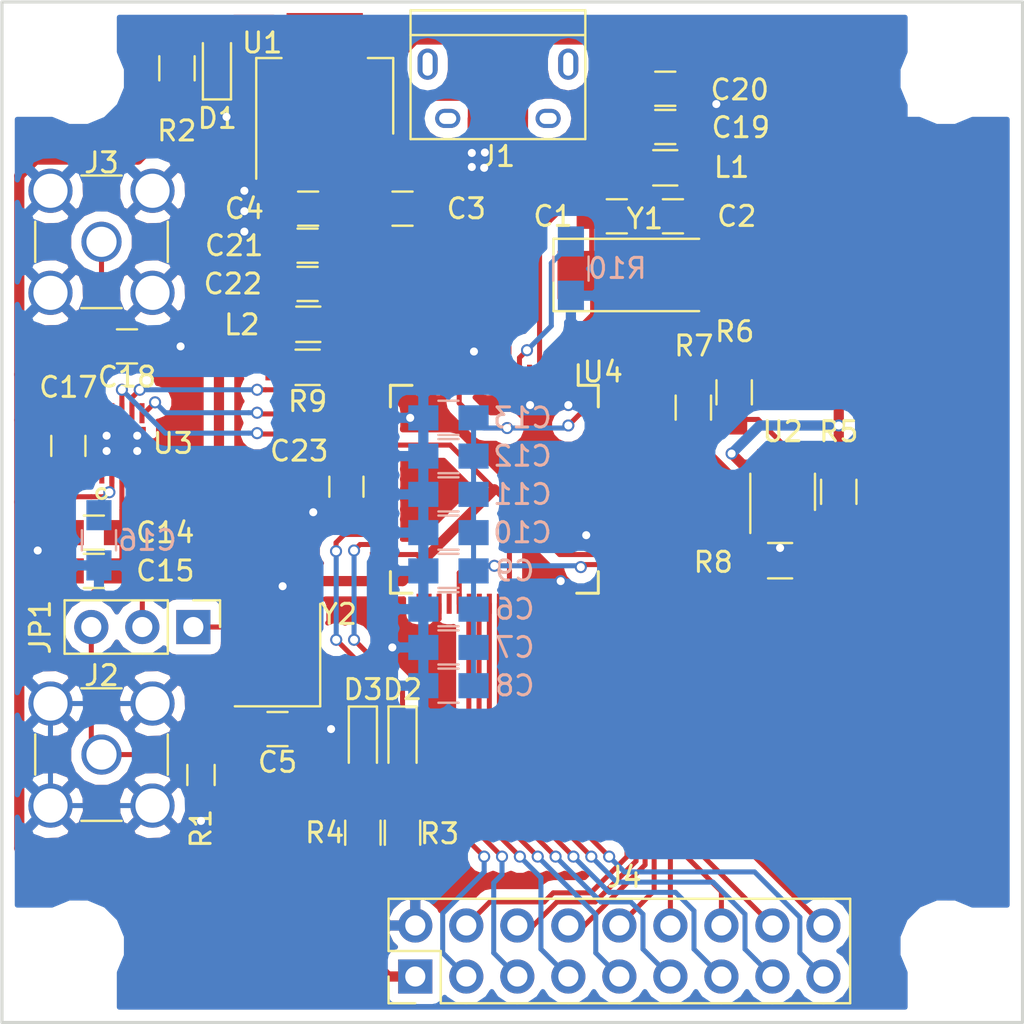
<source format=kicad_pcb>
(kicad_pcb (version 4) (host pcbnew 4.0.6)
  (layers (0 F.Cu signal hide) (31 B.Cu signal) (34 B.Paste user) (35 F.Paste user) (36 B.SilkS user) (37 F.SilkS user) (38 B.Mask user) (39 F.Mask user) (44 Edge.Cuts user))
  (net 0 "")
  (net 1 FTOSCO)
  (net 2 GNDA)
  (net 3 FTOSCI)
  (net 4 "Net-(C3-Pad1)")
  (net 5 +3V3)
  (net 6 "Net-(C10-Pad1)")
  (net 7 "Net-(C14-Pad1)")
  (net 8 "Net-(C17-Pad2)")
  (net 9 "Net-(C18-Pad1)")
  (net 10 FTVPHY)
  (net 11 FTVPLL)
  (net 12 "Net-(D1-Pad2)")
  (net 13 "Net-(D2-Pad2)")
  (net 14 FTTXLED)
  (net 15 "Net-(D3-Pad2)")
  (net 16 FTRXLED)
  (net 17 "Net-(J2-Pad1)")
  (net 18 "Net-(J4-Pad3)")
  (net 19 "Net-(J4-Pad4)")
  (net 20 "Net-(J4-Pad5)")
  (net 21 "Net-(J4-Pad6)")
  (net 22 "Net-(J4-Pad7)")
  (net 23 "Net-(J4-Pad8)")
  (net 24 "Net-(J4-Pad9)")
  (net 25 "Net-(J4-Pad10)")
  (net 26 "Net-(J4-Pad11)")
  (net 27 "Net-(J4-Pad12)")
  (net 28 "Net-(J4-Pad13)")
  (net 29 "Net-(J4-Pad14)")
  (net 30 "Net-(J4-Pad15)")
  (net 31 "Net-(J4-Pad16)")
  (net 32 "Net-(J4-Pad17)")
  (net 33 "Net-(J4-Pad18)")
  (net 34 "Net-(JP1-Pad1)")
  (net 35 DAC_CLK)
  (net 36 EEDATA)
  (net 37 EECS)
  (net 38 EECLK)
  (net 39 "Net-(R8-Pad2)")
  (net 40 "Net-(R9-Pad1)")
  (net 41 "Net-(R10-Pad1)")
  (net 42 "Net-(U3-Pad8)")
  (net 43 "Net-(U3-Pad7)")
  (net 44 "Net-(U3-Pad6)")
  (net 45 "Net-(C1-Pad2)")
  (net 46 USB_D-)
  (net 47 USB_D+)
  (module Mounting_Holes:MountingHole_3.5mm (layer F.Cu) (at 72.39 57.15)
    (fp_text reference "" (at 0 -4.5) (layer F.SilkS))
    (fp_text value MountingHole_3.5mm)
    (pad 1 np_thru_hole circle (at 0 0) (size 3.5 3.5) (drill 3.5) (layers *.Cu *.Mask))
  )
  (module Mounting_Holes:MountingHole_3.5mm (layer F.Cu) (at 72.39 100.33)
    (fp_text reference "" (at 0 -4.5) (layer F.SilkS))
    (fp_text value MountingHole_3.5mm)
    (pad 1 np_thru_hole circle (at 0 0) (size 3.5 3.5) (drill 3.5) (layers *.Cu *.Mask))
  )
  (module Mounting_Holes:MountingHole_3.5mm (layer F.Cu) (at 115.57 100.33)
    (fp_text reference "" (at 0 -4.5) (layer F.SilkS))
    (fp_text value MountingHole_3.5mm)
    (pad 1 np_thru_hole circle (at 0 0) (size 3.5 3.5) (drill 3.5) (layers *.Cu *.Mask))
  )
  (module Mounting_Holes:MountingHole_3.5mm (layer F.Cu) (at 115.57 57.15)
    (fp_text reference "" (at 0 -4.5) (layer F.SilkS))
    (fp_text value MountingHole_3.5mm)
    (pad 1 np_thru_hole circle (at 0 0) (size 3.5 3.5) (drill 3.5) (layers *.Cu *.Mask))
  )
  (module Capacitors_SMD:C_0805_HandSoldering (layer F.Cu) (at 83.79221 65.47044 180)
    (fp_text reference C21 (at 3.65521 0.00194 180) (layer F.SilkS))
    (fp_text value 4.7u)
    (pad 1 smd rect (at -1.25 0 180) (size 1.5 1.25) (layers F.Cu F.Paste F.Mask) (net 11 FTVPLL))
    (pad 2 smd rect (at 1.25 0 180) (size 1.5 1.25) (layers F.Cu F.Paste F.Mask) (net 2 GNDA))
  )
  (module Inductors_SMD:L_0805_HandSoldering (layer F.Cu) (at 83.8288 69.383142)
    (fp_text reference L2 (at -3.3108 0.022358) (layer F.SilkS))
    (fp_text value 800m)
    (pad 1 smd rect (at -1.35 0) (size 1.5 1.3) (layers F.Cu F.Paste F.Mask) (net 5 +3V3))
    (pad 2 smd rect (at 1.35 0) (size 1.5 1.3) (layers F.Cu F.Paste F.Mask) (net 11 FTVPLL))
  )
  (module Capacitors_SMD:C_0805_HandSoldering (layer F.Cu) (at 83.79221 67.37544 180)
    (fp_text reference C22 (at 3.71871 0.00194 180) (layer F.SilkS))
    (fp_text value 100n)
    (pad 1 smd rect (at -1.25 0 180) (size 1.5 1.25) (layers F.Cu F.Paste F.Mask) (net 11 FTVPLL))
    (pad 2 smd rect (at 1.25 0 180) (size 1.5 1.25) (layers F.Cu F.Paste F.Mask) (net 2 GNDA))
  )
  (module Resistors_SMD:R_0805_HandSoldering (layer F.Cu) (at 105.029 72.771 270)
    (fp_text reference R6 (at -3.0226 -0.0254 360) (layer F.SilkS))
    (fp_text value 10k)
    (pad 1 smd rect (at -1.35 0 270) (size 1.5 1.3) (layers F.Cu F.Paste F.Mask) (net 5 +3V3))
    (pad 2 smd rect (at 1.35 0 270) (size 1.5 1.3) (layers F.Cu F.Paste F.Mask) (net 37 EECS))
  )
  (module WG:AD9837 (layer F.Cu) (at 74.549 75.311 90)
    (fp_text reference U3 (at 0 2.54 180) (layer F.SilkS))
    (fp_text value AD9837)
    (pad 11 smd rect (at 0 0 90) (size 1.64 2.38) (layers F.Cu F.Paste F.Mask) (net 2 GNDA))
    (pad 1 smd rect (at -1.5 -1 90) (size 1 0.25) (layers F.Cu F.Paste F.Mask) (net 8 "Net-(C17-Pad2)"))
    (pad 2 smd rect (at -1.5 -0.5 90) (size 1 0.25) (layers F.Cu F.Paste F.Mask) (net 5 +3V3))
    (pad 3 smd rect (at -1.5 0 90) (size 1 0.25) (layers F.Cu F.Paste F.Mask) (net 7 "Net-(C14-Pad1)"))
    (pad 4 smd rect (at -1.5 0.5 90) (size 1 0.25) (layers F.Cu F.Paste F.Mask) (net 2 GNDA))
    (pad 5 smd rect (at -1.5 1 90) (size 1 0.25) (layers F.Cu F.Paste F.Mask) (net 35 DAC_CLK))
    (pad 6 smd rect (at 1.5 1 90) (size 1 0.25) (layers F.Cu F.Paste F.Mask) (net 44 "Net-(U3-Pad6)"))
    (pad 7 smd rect (at 1.5 0.5 90) (size 1 0.25) (layers F.Cu F.Paste F.Mask) (net 43 "Net-(U3-Pad7)"))
    (pad 8 smd rect (at 1.5 0 90) (size 1 0.25) (layers F.Cu F.Paste F.Mask) (net 42 "Net-(U3-Pad8)"))
    (pad 9 smd rect (at 1.5 -0.5 90) (size 1 0.25) (layers F.Cu F.Paste F.Mask) (net 2 GNDA))
    (pad 10 smd rect (at 1.5 -1 90) (size 1 0.25) (layers F.Cu F.Paste F.Mask) (net 9 "Net-(C18-Pad1)"))
  )
  (module Capacitors_SMD:C_0805_HandSoldering (layer F.Cu) (at 99.187 64.008)
    (fp_text reference C1 (at -3.175 0) (layer F.SilkS))
    (fp_text value 27p)
    (pad 1 smd rect (at -1.25 0) (size 1.5 1.25) (layers F.Cu F.Paste F.Mask) (net 1 FTOSCO))
    (pad 2 smd rect (at 1.25 0) (size 1.5 1.25) (layers F.Cu F.Paste F.Mask) (net 45 "Net-(C1-Pad2)"))
  )
  (module Capacitors_SMD:C_0805_HandSoldering (layer F.Cu) (at 101.981 64.008 180)
    (fp_text reference C2 (at -3.175 0 180) (layer F.SilkS))
    (fp_text value 27p)
    (pad 1 smd rect (at -1.25 0 180) (size 1.5 1.25) (layers F.Cu F.Paste F.Mask) (net 3 FTOSCI))
    (pad 2 smd rect (at 1.25 0 180) (size 1.5 1.25) (layers F.Cu F.Paste F.Mask) (net 45 "Net-(C1-Pad2)"))
  )
  (module Capacitors_SMD:C_0805_HandSoldering (layer F.Cu) (at 88.519 63.627)
    (fp_text reference C3 (at 3.175 0) (layer F.SilkS))
    (fp_text value 100n)
    (pad 1 smd rect (at -1.25 0) (size 1.5 1.25) (layers F.Cu F.Paste F.Mask) (net 4 "Net-(C3-Pad1)"))
    (pad 2 smd rect (at 1.25 0) (size 1.5 1.25) (layers F.Cu F.Paste F.Mask) (net 2 GNDA))
  )
  (module Capacitors_SMD:C_0805_HandSoldering (layer F.Cu) (at 83.82 63.627 180)
    (fp_text reference C4 (at 3.175 0 180) (layer F.SilkS))
    (fp_text value 10u)
    (pad 1 smd rect (at -1.25 0 180) (size 1.5 1.25) (layers F.Cu F.Paste F.Mask) (net 5 +3V3))
    (pad 2 smd rect (at 1.25 0 180) (size 1.5 1.25) (layers F.Cu F.Paste F.Mask) (net 2 GNDA))
  )
  (module Capacitors_SMD:C_0805_HandSoldering (layer F.Cu) (at 82.296 89.535)
    (fp_text reference C5 (at 0 1.651 180) (layer F.SilkS))
    (fp_text value 100n)
    (pad 1 smd rect (at -1.25 0) (size 1.5 1.25) (layers F.Cu F.Paste F.Mask) (net 5 +3V3))
    (pad 2 smd rect (at 1.25 0) (size 1.5 1.25) (layers F.Cu F.Paste F.Mask) (net 2 GNDA))
  )
  (module Capacitors_SMD:C_0805_HandSoldering (layer B.Cu) (at 90.805 83.566 180)
    (fp_text reference C6 (at -3.302 0 180) (layer B.SilkS) (effects (justify mirror)))
    (fp_text value 3.3u)
    (pad 1 smd rect (at -1.25 0 180) (size 1.5 1.25) (layers B.Cu B.Paste B.Mask) (net 6 "Net-(C10-Pad1)"))
    (pad 2 smd rect (at 1.25 0 180) (size 1.5 1.25) (layers B.Cu B.Paste B.Mask) (net 2 GNDA))
  )
  (module Capacitors_SMD:C_0805_HandSoldering (layer B.Cu) (at 90.805 85.471 180)
    (fp_text reference C7 (at -3.302 0 180) (layer B.SilkS) (effects (justify mirror)))
    (fp_text value 100n)
    (pad 1 smd rect (at -1.25 0 180) (size 1.5 1.25) (layers B.Cu B.Paste B.Mask) (net 6 "Net-(C10-Pad1)"))
    (pad 2 smd rect (at 1.25 0 180) (size 1.5 1.25) (layers B.Cu B.Paste B.Mask) (net 2 GNDA))
  )
  (module Capacitors_SMD:C_0805_HandSoldering (layer B.Cu) (at 90.805 87.376 180)
    (fp_text reference C8 (at -3.302 0 180) (layer B.SilkS) (effects (justify mirror)))
    (fp_text value 100n)
    (pad 1 smd rect (at -1.25 0 180) (size 1.5 1.25) (layers B.Cu B.Paste B.Mask) (net 6 "Net-(C10-Pad1)"))
    (pad 2 smd rect (at 1.25 0 180) (size 1.5 1.25) (layers B.Cu B.Paste B.Mask) (net 2 GNDA))
  )
  (module Capacitors_SMD:C_0805_HandSoldering (layer B.Cu) (at 90.805 81.661 180)
    (fp_text reference C9 (at -3.302 0 180) (layer B.SilkS) (effects (justify mirror)))
    (fp_text value 100n)
    (pad 1 smd rect (at -1.25 0 180) (size 1.5 1.25) (layers B.Cu B.Paste B.Mask) (net 6 "Net-(C10-Pad1)"))
    (pad 2 smd rect (at 1.25 0 180) (size 1.5 1.25) (layers B.Cu B.Paste B.Mask) (net 2 GNDA))
  )
  (module Capacitors_SMD:C_0805_HandSoldering (layer B.Cu) (at 90.805 79.756 180)
    (fp_text reference C10 (at -3.683 0 180) (layer B.SilkS) (effects (justify mirror)))
    (fp_text value 100n)
    (pad 1 smd rect (at -1.25 0 180) (size 1.5 1.25) (layers B.Cu B.Paste B.Mask) (net 6 "Net-(C10-Pad1)"))
    (pad 2 smd rect (at 1.25 0 180) (size 1.5 1.25) (layers B.Cu B.Paste B.Mask) (net 2 GNDA))
  )
  (module Capacitors_SMD:C_0805_HandSoldering (layer B.Cu) (at 90.805 77.851 180)
    (fp_text reference C11 (at -3.683 0 180) (layer B.SilkS) (effects (justify mirror)))
    (fp_text value 100n)
    (pad 1 smd rect (at -1.25 0 180) (size 1.5 1.25) (layers B.Cu B.Paste B.Mask) (net 6 "Net-(C10-Pad1)"))
    (pad 2 smd rect (at 1.25 0 180) (size 1.5 1.25) (layers B.Cu B.Paste B.Mask) (net 2 GNDA))
  )
  (module Capacitors_SMD:C_0805_HandSoldering (layer B.Cu) (at 90.805 75.946 180)
    (fp_text reference C12 (at -3.683 0 180) (layer B.SilkS) (effects (justify mirror)))
    (fp_text value 100n)
    (pad 1 smd rect (at -1.25 0 180) (size 1.5 1.25) (layers B.Cu B.Paste B.Mask) (net 6 "Net-(C10-Pad1)"))
    (pad 2 smd rect (at 1.25 0 180) (size 1.5 1.25) (layers B.Cu B.Paste B.Mask) (net 2 GNDA))
  )
  (module Capacitors_SMD:C_0805_HandSoldering (layer B.Cu) (at 90.805 74.041 180)
    (fp_text reference C13 (at -3.683 0 180) (layer B.SilkS) (effects (justify mirror)))
    (fp_text value 100n)
    (pad 1 smd rect (at -1.25 0 180) (size 1.5 1.25) (layers B.Cu B.Paste B.Mask) (net 6 "Net-(C10-Pad1)"))
    (pad 2 smd rect (at 1.25 0 180) (size 1.5 1.25) (layers B.Cu B.Paste B.Mask) (net 2 GNDA))
  )
  (module Capacitors_SMD:C_0805_HandSoldering (layer F.Cu) (at 73.152 79.756 180)
    (fp_text reference C14 (at -3.556 0 360) (layer F.SilkS))
    (fp_text value 100n)
    (pad 1 smd rect (at -1.25 0 180) (size 1.5 1.25) (layers F.Cu F.Paste F.Mask) (net 7 "Net-(C14-Pad1)"))
    (pad 2 smd rect (at 1.25 0 180) (size 1.5 1.25) (layers F.Cu F.Paste F.Mask) (net 2 GNDA))
  )
  (module Capacitors_SMD:C_0805_HandSoldering (layer F.Cu) (at 73.152 81.661 180)
    (fp_text reference C15 (at -3.556 0 360) (layer F.SilkS))
    (fp_text value 10u)
    (pad 1 smd rect (at -1.25 0 180) (size 1.5 1.25) (layers F.Cu F.Paste F.Mask) (net 7 "Net-(C14-Pad1)"))
    (pad 2 smd rect (at 1.25 0 180) (size 1.5 1.25) (layers F.Cu F.Paste F.Mask) (net 2 GNDA))
  )
  (module Capacitors_SMD:C_0805_HandSoldering (layer B.Cu) (at 73.406 80.137 270)
    (fp_text reference C16 (at 0 -2.413 360) (layer B.SilkS) (effects (justify mirror)))
    (fp_text value 100n)
    (pad 1 smd rect (at -1.25 0 270) (size 1.5 1.25) (layers B.Cu B.Paste B.Mask) (net 5 +3V3))
    (pad 2 smd rect (at 1.25 0 270) (size 1.5 1.25) (layers B.Cu B.Paste B.Mask) (net 2 GNDA))
  )
  (module Capacitors_SMD:C_0805_HandSoldering (layer F.Cu) (at 71.882 75.438 270)
    (fp_text reference C17 (at -2.921 0 540) (layer F.SilkS))
    (fp_text value 10n)
    (pad 1 smd rect (at -1.25 0 270) (size 1.5 1.25) (layers F.Cu F.Paste F.Mask) (net 5 +3V3))
    (pad 2 smd rect (at 1.25 0 270) (size 1.5 1.25) (layers F.Cu F.Paste F.Mask) (net 8 "Net-(C17-Pad2)"))
  )
  (module Capacitors_SMD:C_0805_HandSoldering (layer F.Cu) (at 74.803 70.485)
    (fp_text reference C18 (at 0 1.524) (layer F.SilkS))
    (fp_text value 100n)
    (pad 1 smd rect (at -1.25 0) (size 1.5 1.25) (layers F.Cu F.Paste F.Mask) (net 9 "Net-(C18-Pad1)"))
    (pad 2 smd rect (at 1.25 0) (size 1.5 1.25) (layers F.Cu F.Paste F.Mask) (net 2 GNDA))
  )
  (module Capacitors_SMD:C_0805_HandSoldering (layer F.Cu) (at 101.6 59.563)
    (fp_text reference C19 (at 3.7592 0.0254) (layer F.SilkS))
    (fp_text value 4.7u)
    (pad 1 smd rect (at -1.25 0) (size 1.5 1.25) (layers F.Cu F.Paste F.Mask) (net 10 FTVPHY))
    (pad 2 smd rect (at 1.25 0) (size 1.5 1.25) (layers F.Cu F.Paste F.Mask) (net 2 GNDA))
  )
  (module Capacitors_SMD:C_0805_HandSoldering (layer F.Cu) (at 101.6 57.658)
    (fp_text reference C20 (at 3.7084 0.0508) (layer F.SilkS))
    (fp_text value 100n)
    (pad 1 smd rect (at -1.25 0) (size 1.5 1.25) (layers F.Cu F.Paste F.Mask) (net 10 FTVPHY))
    (pad 2 smd rect (at 1.25 0) (size 1.5 1.25) (layers F.Cu F.Paste F.Mask) (net 2 GNDA))
  )
  (module LEDs:LED_0805 (layer F.Cu) (at 79.28 56.388 90)
    (fp_text reference D1 (at -2.7432 0.0188 180) (layer F.SilkS))
    (fp_text value LED_Small)
    (pad 2 smd rect (at 1.1 0 270) (size 1.2 1.2) (layers F.Cu F.Paste F.Mask) (net 12 "Net-(D1-Pad2)"))
    (pad 1 smd rect (at -1.1 0 270) (size 1.2 1.2) (layers F.Cu F.Paste F.Mask) (net 2 GNDA))
  )
  (module LEDs:LED_0805 (layer F.Cu) (at 88.519 90.213 270)
    (fp_text reference D2 (at -2.6465 0 360) (layer F.SilkS))
    (fp_text value LED_Small)
    (pad 2 smd rect (at 1.1 0 90) (size 1.2 1.2) (layers F.Cu F.Paste F.Mask) (net 13 "Net-(D2-Pad2)"))
    (pad 1 smd rect (at -1.1 0 90) (size 1.2 1.2) (layers F.Cu F.Paste F.Mask) (net 14 FTTXLED))
  )
  (module LEDs:LED_0805 (layer F.Cu) (at 86.544864 90.213 270)
    (fp_text reference D3 (at -2.6465 -0.005636 360) (layer F.SilkS))
    (fp_text value LED_Small)
    (pad 2 smd rect (at 1.1 0 90) (size 1.2 1.2) (layers F.Cu F.Paste F.Mask) (net 15 "Net-(D3-Pad2)"))
    (pad 1 smd rect (at -1.1 0 90) (size 1.2 1.2) (layers F.Cu F.Paste F.Mask) (net 16 FTRXLED))
  )
  (module Connectors:USB_Micro-B (layer F.Cu) (at 93.2688 57.785 180)
    (fp_text reference J1 (at 0 -3.24 180) (layer F.SilkS))
    (fp_text value USB_B)
    (pad 1 smd rect (at -1.3 -1.35 270) (size 1.35 0.4) (layers F.Cu F.Paste F.Mask) (net 4 "Net-(C3-Pad1)"))
    (pad 2 smd rect (at -0.65 -1.35 270) (size 1.35 0.4) (layers F.Cu F.Paste F.Mask) (net 46 USB_D-))
    (pad 3 smd rect (at 0 -1.35 270) (size 1.35 0.4) (layers F.Cu F.Paste F.Mask) (net 47 USB_D+))
    (pad 4 smd rect (at 0.65 -1.35 270) (size 1.35 0.4) (layers F.Cu F.Paste F.Mask) (net 2 GNDA))
    (pad 5 smd rect (at 1.3 -1.35 270) (size 1.35 0.4) (layers F.Cu F.Paste F.Mask) (net 2 GNDA))
    (pad 6 thru_hole oval (at -2.5 -1.35 270) (size 0.95 1.25) (drill oval 0.55 0.85) (layers *.Cu *.Mask))
    (pad 6 thru_hole oval (at 2.5 -1.35 270) (size 0.95 1.25) (drill oval 0.55 0.85) (layers *.Cu *.Mask))
    (pad 6 thru_hole oval (at -3.5 1.35 270) (size 1.55 1) (drill oval 1.15 0.5) (layers *.Cu *.Mask))
    (pad 6 thru_hole oval (at 3.5 1.35 270) (size 1.55 1) (drill oval 1.15 0.5) (layers *.Cu *.Mask))
  )
  (module Connectors:SMA_THT_Jack_Straight (layer F.Cu) (at 73.533 90.805 180)
    (fp_text reference J2 (at 0 3.937 360) (layer F.SilkS))
    (fp_text value EXT_CLK)
    (pad 2 thru_hole circle (at -2.54 2.54 180) (size 2.2 2.2) (drill 1.7) (layers *.Cu *.Mask) (net 2 GNDA))
    (pad 2 thru_hole circle (at -2.54 -2.54 180) (size 2.2 2.2) (drill 1.7) (layers *.Cu *.Mask) (net 2 GNDA))
    (pad 2 thru_hole circle (at 2.54 -2.54 180) (size 2.2 2.2) (drill 1.7) (layers *.Cu *.Mask) (net 2 GNDA))
    (pad 2 thru_hole circle (at 2.54 2.54 180) (size 2.2 2.2) (drill 1.7) (layers *.Cu *.Mask) (net 2 GNDA))
    (pad 1 thru_hole circle (at 0 0 180) (size 2 2) (drill 1.5) (layers *.Cu *.Mask) (net 17 "Net-(J2-Pad1)"))
  )
  (module Connectors:SMA_THT_Jack_Straight (layer F.Cu) (at 73.533 65.278)
    (fp_text reference J3 (at 0 -3.937) (layer F.SilkS))
    (fp_text value VOUT)
    (pad 2 thru_hole circle (at -2.54 2.54) (size 2.2 2.2) (drill 1.7) (layers *.Cu *.Mask) (net 2 GNDA))
    (pad 2 thru_hole circle (at -2.54 -2.54) (size 2.2 2.2) (drill 1.7) (layers *.Cu *.Mask) (net 2 GNDA))
    (pad 2 thru_hole circle (at 2.54 -2.54) (size 2.2 2.2) (drill 1.7) (layers *.Cu *.Mask) (net 2 GNDA))
    (pad 2 thru_hole circle (at 2.54 2.54) (size 2.2 2.2) (drill 1.7) (layers *.Cu *.Mask) (net 2 GNDA))
    (pad 1 thru_hole circle (at 0 0) (size 2 2) (drill 1.5) (layers *.Cu *.Mask) (net 9 "Net-(C18-Pad1)"))
  )
  (module Pin_Headers:Pin_Header_Straight_2x09_Pitch2.54mm (layer F.Cu) (at 89.154 101.854 90)
    (fp_text reference J4 (at 4.953 10.414 180) (layer F.SilkS))
    (fp_text value CONN_02X09)
    (pad 1 thru_hole rect (at 0 0 90) (size 1.7 1.7) (drill 1) (layers *.Cu *.Mask) (net 5 +3V3))
    (pad 2 thru_hole oval (at 2.54 0 90) (size 1.7 1.7) (drill 1) (layers *.Cu *.Mask) (net 2 GNDA))
    (pad 3 thru_hole oval (at 0 2.54 90) (size 1.7 1.7) (drill 1) (layers *.Cu *.Mask) (net 18 "Net-(J4-Pad3)"))
    (pad 4 thru_hole oval (at 2.54 2.54 90) (size 1.7 1.7) (drill 1) (layers *.Cu *.Mask) (net 19 "Net-(J4-Pad4)"))
    (pad 5 thru_hole oval (at 0 5.08 90) (size 1.7 1.7) (drill 1) (layers *.Cu *.Mask) (net 20 "Net-(J4-Pad5)"))
    (pad 6 thru_hole oval (at 2.54 5.08 90) (size 1.7 1.7) (drill 1) (layers *.Cu *.Mask) (net 21 "Net-(J4-Pad6)"))
    (pad 7 thru_hole oval (at 0 7.62 90) (size 1.7 1.7) (drill 1) (layers *.Cu *.Mask) (net 22 "Net-(J4-Pad7)"))
    (pad 8 thru_hole oval (at 2.54 7.62 90) (size 1.7 1.7) (drill 1) (layers *.Cu *.Mask) (net 23 "Net-(J4-Pad8)"))
    (pad 9 thru_hole oval (at 0 10.16 90) (size 1.7 1.7) (drill 1) (layers *.Cu *.Mask) (net 24 "Net-(J4-Pad9)"))
    (pad 10 thru_hole oval (at 2.54 10.16 90) (size 1.7 1.7) (drill 1) (layers *.Cu *.Mask) (net 25 "Net-(J4-Pad10)"))
    (pad 11 thru_hole oval (at 0 12.7 90) (size 1.7 1.7) (drill 1) (layers *.Cu *.Mask) (net 26 "Net-(J4-Pad11)"))
    (pad 12 thru_hole oval (at 2.54 12.7 90) (size 1.7 1.7) (drill 1) (layers *.Cu *.Mask) (net 27 "Net-(J4-Pad12)"))
    (pad 13 thru_hole oval (at 0 15.24 90) (size 1.7 1.7) (drill 1) (layers *.Cu *.Mask) (net 28 "Net-(J4-Pad13)"))
    (pad 14 thru_hole oval (at 2.54 15.24 90) (size 1.7 1.7) (drill 1) (layers *.Cu *.Mask) (net 29 "Net-(J4-Pad14)"))
    (pad 15 thru_hole oval (at 0 17.78 90) (size 1.7 1.7) (drill 1) (layers *.Cu *.Mask) (net 30 "Net-(J4-Pad15)"))
    (pad 16 thru_hole oval (at 2.54 17.78 90) (size 1.7 1.7) (drill 1) (layers *.Cu *.Mask) (net 31 "Net-(J4-Pad16)"))
    (pad 17 thru_hole oval (at 0 20.32 90) (size 1.7 1.7) (drill 1) (layers *.Cu *.Mask) (net 32 "Net-(J4-Pad17)"))
    (pad 18 thru_hole oval (at 2.54 20.32 90) (size 1.7 1.7) (drill 1) (layers *.Cu *.Mask) (net 33 "Net-(J4-Pad18)"))
  )
  (module Pin_Headers:Pin_Header_Straight_1x03_Pitch2.54mm (layer F.Cu) (at 78.105 84.455 270)
    (fp_text reference JP1 (at 0 7.62 270) (layer F.SilkS))
    (fp_text value CLK_SELECT)
    (pad 1 thru_hole rect (at 0 0 270) (size 1.7 1.7) (drill 1) (layers *.Cu *.Mask) (net 34 "Net-(JP1-Pad1)"))
    (pad 2 thru_hole oval (at 0 2.54 270) (size 1.7 1.7) (drill 1) (layers *.Cu *.Mask) (net 35 DAC_CLK))
    (pad 3 thru_hole oval (at 0 5.08 270) (size 1.7 1.7) (drill 1) (layers *.Cu *.Mask) (net 17 "Net-(J2-Pad1)"))
  )
  (module Inductors_SMD:L_0805_HandSoldering (layer F.Cu) (at 101.6 61.595 180)
    (fp_text reference L1 (at -3.302 0.0254 180) (layer F.SilkS))
    (fp_text value 800m)
    (pad 1 smd rect (at -1.35 0 180) (size 1.5 1.3) (layers F.Cu F.Paste F.Mask) (net 5 +3V3))
    (pad 2 smd rect (at 1.35 0 180) (size 1.5 1.3) (layers F.Cu F.Paste F.Mask) (net 10 FTVPHY))
  )
  (module Resistors_SMD:R_0603_HandSoldering (layer F.Cu) (at 78.486 91.821 270)
    (fp_text reference R1 (at 2.667 0 270) (layer F.SilkS))
    (fp_text value 50)
    (pad 1 smd rect (at -1.1 0 270) (size 1.2 0.9) (layers F.Cu F.Paste F.Mask) (net 17 "Net-(J2-Pad1)"))
    (pad 2 smd rect (at 1.1 0 270) (size 1.2 0.9) (layers F.Cu F.Paste F.Mask) (net 2 GNDA))
  )
  (module Resistors_SMD:R_0805_HandSoldering (layer F.Cu) (at 77.29 56.64 270)
    (fp_text reference R2 (at 3.1135 0.0105 360) (layer F.SilkS))
    (fp_text value 470)
    (pad 1 smd rect (at -1.35 0 270) (size 1.5 1.3) (layers F.Cu F.Paste F.Mask) (net 12 "Net-(D1-Pad2)"))
    (pad 2 smd rect (at 1.35 0 270) (size 1.5 1.3) (layers F.Cu F.Paste F.Mask) (net 5 +3V3))
  )
  (module Resistors_SMD:R_0805_HandSoldering (layer F.Cu) (at 88.519 94.695 270)
    (fp_text reference R3 (at 0.047 -1.8415 360) (layer F.SilkS))
    (fp_text value 470)
    (pad 1 smd rect (at -1.35 0 270) (size 1.5 1.3) (layers F.Cu F.Paste F.Mask) (net 13 "Net-(D2-Pad2)"))
    (pad 2 smd rect (at 1.35 0 270) (size 1.5 1.3) (layers F.Cu F.Paste F.Mask) (net 5 +3V3))
  )
  (module Resistors_SMD:R_0805_HandSoldering (layer F.Cu) (at 86.544864 94.695 270)
    (fp_text reference R4 (at 0 1.899364 360) (layer F.SilkS))
    (fp_text value 470)
    (pad 1 smd rect (at -1.35 0 270) (size 1.5 1.3) (layers F.Cu F.Paste F.Mask) (net 15 "Net-(D3-Pad2)"))
    (pad 2 smd rect (at 1.35 0 270) (size 1.5 1.3) (layers F.Cu F.Paste F.Mask) (net 5 +3V3))
  )
  (module Resistors_SMD:R_0805_HandSoldering (layer F.Cu) (at 110.236 77.724 270)
    (fp_text reference R5 (at -2.9972 0 360) (layer F.SilkS))
    (fp_text value 10k)
    (pad 1 smd rect (at -1.35 0 270) (size 1.5 1.3) (layers F.Cu F.Paste F.Mask) (net 5 +3V3))
    (pad 2 smd rect (at 1.35 0 270) (size 1.5 1.3) (layers F.Cu F.Paste F.Mask) (net 36 EEDATA))
  )
  (module Resistors_SMD:R_0805_HandSoldering (layer F.Cu) (at 102.997 73.533 270)
    (fp_text reference R7 (at -3.0734 -0.0254 360) (layer F.SilkS))
    (fp_text value 10k)
    (pad 1 smd rect (at -1.35 0 270) (size 1.5 1.3) (layers F.Cu F.Paste F.Mask) (net 5 +3V3))
    (pad 2 smd rect (at 1.35 0 270) (size 1.5 1.3) (layers F.Cu F.Paste F.Mask) (net 38 EECLK))
  )
  (module Resistors_SMD:R_0805_HandSoldering (layer F.Cu) (at 107.315 81.153 180)
    (fp_text reference R8 (at 3.3274 -0.0762 180) (layer F.SilkS))
    (fp_text value 2.2k)
    (pad 1 smd rect (at -1.35 0 180) (size 1.5 1.3) (layers F.Cu F.Paste F.Mask) (net 36 EEDATA))
    (pad 2 smd rect (at 1.35 0 180) (size 1.5 1.3) (layers F.Cu F.Paste F.Mask) (net 39 "Net-(R8-Pad2)"))
  )
  (module Resistors_SMD:R_0805_HandSoldering (layer F.Cu) (at 83.7946 71.5264 180)
    (fp_text reference R9 (at 0 -1.7 180) (layer F.SilkS))
    (fp_text value 1k)
    (pad 1 smd rect (at -1.35 0 180) (size 1.5 1.3) (layers F.Cu F.Paste F.Mask) (net 40 "Net-(R9-Pad1)"))
    (pad 2 smd rect (at 1.35 0 180) (size 1.5 1.3) (layers F.Cu F.Paste F.Mask) (net 5 +3V3))
  )
  (module Resistors_SMD:R_0805_HandSoldering (layer B.Cu) (at 96.901 66.6115 270)
    (fp_text reference R10 (at -0.0127 -2.3114 540) (layer B.SilkS) (effects (justify mirror)))
    (fp_text value 12k)
    (pad 1 smd rect (at -1.35 0 270) (size 1.5 1.3) (layers B.Cu B.Paste B.Mask) (net 41 "Net-(R10-Pad1)"))
    (pad 2 smd rect (at 1.35 0 270) (size 1.5 1.3) (layers B.Cu B.Paste B.Mask) (net 2 GNDA))
  )
  (module TO_SOT_Packages_SMD:SOT-23-6_Handsoldering (layer F.Cu) (at 107.442 77.724 90)
    (fp_text reference U2 (at 2.9972 0 180) (layer F.SilkS))
    (fp_text value 93LC46BT)
    (pad 1 smd rect (at -1.35 -0.95 90) (size 1.56 0.65) (layers F.Cu F.Paste F.Mask) (net 39 "Net-(R8-Pad2)"))
    (pad 2 smd rect (at -1.35 0 90) (size 1.56 0.65) (layers F.Cu F.Paste F.Mask) (net 2 GNDA))
    (pad 3 smd rect (at -1.35 0.95 90) (size 1.56 0.65) (layers F.Cu F.Paste F.Mask) (net 36 EEDATA))
    (pad 4 smd rect (at 1.35 0.95 90) (size 1.56 0.65) (layers F.Cu F.Paste F.Mask) (net 38 EECLK))
    (pad 6 smd rect (at 1.35 -0.95 90) (size 1.56 0.65) (layers F.Cu F.Paste F.Mask) (net 5 +3V3))
    (pad 5 smd rect (at 1.35 0 90) (size 1.56 0.65) (layers F.Cu F.Paste F.Mask) (net 37 EECS))
  )
  (module Housings_QFP:LQFP-64_10x10mm_Pitch0.5mm (layer F.Cu) (at 93.091 77.597 270)
    (fp_text reference U4 (at -5.842 -5.3975 360) (layer F.SilkS))
    (fp_text value FT2232H)
    (pad 1 smd rect (at -5.7 -3.75 270) (size 1 0.25) (layers F.Cu F.Paste F.Mask) (net 2 GNDA))
    (pad 2 smd rect (at -5.7 -3.25 270) (size 1 0.25) (layers F.Cu F.Paste F.Mask) (net 3 FTOSCI))
    (pad 3 smd rect (at -5.7 -2.75 270) (size 1 0.25) (layers F.Cu F.Paste F.Mask) (net 1 FTOSCO))
    (pad 4 smd rect (at -5.7 -2.25 270) (size 1 0.25) (layers F.Cu F.Paste F.Mask) (net 10 FTVPHY))
    (pad 5 smd rect (at -5.7 -1.75 270) (size 1 0.25) (layers F.Cu F.Paste F.Mask) (net 2 GNDA))
    (pad 6 smd rect (at -5.7 -1.25 270) (size 1 0.25) (layers F.Cu F.Paste F.Mask) (net 41 "Net-(R10-Pad1)"))
    (pad 7 smd rect (at -5.7 -0.75 270) (size 1 0.25) (layers F.Cu F.Paste F.Mask) (net 46 USB_D-))
    (pad 8 smd rect (at -5.7 -0.25 270) (size 1 0.25) (layers F.Cu F.Paste F.Mask) (net 47 USB_D+))
    (pad 9 smd rect (at -5.7 0.25 270) (size 1 0.25) (layers F.Cu F.Paste F.Mask) (net 11 FTVPLL))
    (pad 10 smd rect (at -5.7 0.75 270) (size 1 0.25) (layers F.Cu F.Paste F.Mask) (net 2 GNDA))
    (pad 11 smd rect (at -5.7 1.25 270) (size 1 0.25) (layers F.Cu F.Paste F.Mask) (net 2 GNDA))
    (pad 12 smd rect (at -5.7 1.75 270) (size 1 0.25) (layers F.Cu F.Paste F.Mask) (net 6 "Net-(C10-Pad1)"))
    (pad 13 smd rect (at -5.7 2.25 270) (size 1 0.25) (layers F.Cu F.Paste F.Mask) (net 2 GNDA))
    (pad 14 smd rect (at -5.7 2.75 270) (size 1 0.25) (layers F.Cu F.Paste F.Mask) (net 40 "Net-(R9-Pad1)"))
    (pad 15 smd rect (at -5.7 3.25 270) (size 1 0.25) (layers F.Cu F.Paste F.Mask) (net 2 GNDA))
    (pad 16 smd rect (at -5.7 3.75 270) (size 1 0.25) (layers F.Cu F.Paste F.Mask) (net 43 "Net-(U3-Pad7)"))
    (pad 17 smd rect (at -3.75 5.7) (size 1 0.25) (layers F.Cu F.Paste F.Mask) (net 44 "Net-(U3-Pad6)"))
    (pad 18 smd rect (at -3.25 5.7) (size 1 0.25) (layers F.Cu F.Paste F.Mask))
    (pad 19 smd rect (at -2.75 5.7) (size 1 0.25) (layers F.Cu F.Paste F.Mask) (net 42 "Net-(U3-Pad8)"))
    (pad 20 smd rect (at -2.25 5.7) (size 1 0.25) (layers F.Cu F.Paste F.Mask) (net 5 +3V3))
    (pad 21 smd rect (at -1.75 5.7) (size 1 0.25) (layers F.Cu F.Paste F.Mask))
    (pad 22 smd rect (at -1.25 5.7) (size 1 0.25) (layers F.Cu F.Paste F.Mask))
    (pad 23 smd rect (at -0.75 5.7) (size 1 0.25) (layers F.Cu F.Paste F.Mask))
    (pad 24 smd rect (at -0.25 5.7) (size 1 0.25) (layers F.Cu F.Paste F.Mask))
    (pad 25 smd rect (at 0.25 5.7) (size 1 0.25) (layers F.Cu F.Paste F.Mask) (net 2 GNDA))
    (pad 26 smd rect (at 0.75 5.7) (size 1 0.25) (layers F.Cu F.Paste F.Mask))
    (pad 27 smd rect (at 1.25 5.7) (size 1 0.25) (layers F.Cu F.Paste F.Mask))
    (pad 28 smd rect (at 1.75 5.7) (size 1 0.25) (layers F.Cu F.Paste F.Mask))
    (pad 29 smd rect (at 2.25 5.7) (size 1 0.25) (layers F.Cu F.Paste F.Mask) (net 16 FTRXLED))
    (pad 30 smd rect (at 2.75 5.7) (size 1 0.25) (layers F.Cu F.Paste F.Mask) (net 14 FTTXLED))
    (pad 31 smd rect (at 3.25 5.7) (size 1 0.25) (layers F.Cu F.Paste F.Mask) (net 5 +3V3))
    (pad 32 smd rect (at 3.75 5.7) (size 1 0.25) (layers F.Cu F.Paste F.Mask))
    (pad 33 smd rect (at 5.7 3.75 270) (size 1 0.25) (layers F.Cu F.Paste F.Mask))
    (pad 34 smd rect (at 5.7 3.25 270) (size 1 0.25) (layers F.Cu F.Paste F.Mask))
    (pad 35 smd rect (at 5.7 2.75 270) (size 1 0.25) (layers F.Cu F.Paste F.Mask) (net 2 GNDA))
    (pad 36 smd rect (at 5.7 2.25 270) (size 1 0.25) (layers F.Cu F.Paste F.Mask))
    (pad 37 smd rect (at 5.7 1.75 270) (size 1 0.25) (layers F.Cu F.Paste F.Mask) (net 6 "Net-(C10-Pad1)"))
    (pad 38 smd rect (at 5.7 1.25 270) (size 1 0.25) (layers F.Cu F.Paste F.Mask) (net 18 "Net-(J4-Pad3)"))
    (pad 39 smd rect (at 5.7 0.75 270) (size 1 0.25) (layers F.Cu F.Paste F.Mask) (net 20 "Net-(J4-Pad5)"))
    (pad 40 smd rect (at 5.7 0.25 270) (size 1 0.25) (layers F.Cu F.Paste F.Mask) (net 22 "Net-(J4-Pad7)"))
    (pad 41 smd rect (at 5.7 -0.25 270) (size 1 0.25) (layers F.Cu F.Paste F.Mask) (net 24 "Net-(J4-Pad9)"))
    (pad 42 smd rect (at 5.7 -0.75 270) (size 1 0.25) (layers F.Cu F.Paste F.Mask) (net 5 +3V3))
    (pad 43 smd rect (at 5.7 -1.25 270) (size 1 0.25) (layers F.Cu F.Paste F.Mask) (net 26 "Net-(J4-Pad11)"))
    (pad 44 smd rect (at 5.7 -1.75 270) (size 1 0.25) (layers F.Cu F.Paste F.Mask) (net 28 "Net-(J4-Pad13)"))
    (pad 45 smd rect (at 5.7 -2.25 270) (size 1 0.25) (layers F.Cu F.Paste F.Mask) (net 30 "Net-(J4-Pad15)"))
    (pad 46 smd rect (at 5.7 -2.75 270) (size 1 0.25) (layers F.Cu F.Paste F.Mask) (net 32 "Net-(J4-Pad17)"))
    (pad 47 smd rect (at 5.7 -3.25 270) (size 1 0.25) (layers F.Cu F.Paste F.Mask) (net 2 GNDA))
    (pad 48 smd rect (at 5.7 -3.75 270) (size 1 0.25) (layers F.Cu F.Paste F.Mask) (net 19 "Net-(J4-Pad4)"))
    (pad 49 smd rect (at 3.75 -5.7) (size 1 0.25) (layers F.Cu F.Paste F.Mask) (net 6 "Net-(C10-Pad1)"))
    (pad 50 smd rect (at 3.25 -5.7) (size 1 0.25) (layers F.Cu F.Paste F.Mask) (net 5 +3V3))
    (pad 51 smd rect (at 2.75 -5.7) (size 1 0.25) (layers F.Cu F.Paste F.Mask) (net 2 GNDA))
    (pad 52 smd rect (at 2.25 -5.7) (size 1 0.25) (layers F.Cu F.Paste F.Mask) (net 21 "Net-(J4-Pad6)"))
    (pad 53 smd rect (at 1.75 -5.7) (size 1 0.25) (layers F.Cu F.Paste F.Mask) (net 23 "Net-(J4-Pad8)"))
    (pad 54 smd rect (at 1.25 -5.7) (size 1 0.25) (layers F.Cu F.Paste F.Mask) (net 25 "Net-(J4-Pad10)"))
    (pad 55 smd rect (at 0.75 -5.7) (size 1 0.25) (layers F.Cu F.Paste F.Mask) (net 27 "Net-(J4-Pad12)"))
    (pad 56 smd rect (at 0.25 -5.7) (size 1 0.25) (layers F.Cu F.Paste F.Mask) (net 5 +3V3))
    (pad 57 smd rect (at -0.25 -5.7) (size 1 0.25) (layers F.Cu F.Paste F.Mask) (net 29 "Net-(J4-Pad14)"))
    (pad 58 smd rect (at -0.75 -5.7) (size 1 0.25) (layers F.Cu F.Paste F.Mask) (net 31 "Net-(J4-Pad16)"))
    (pad 59 smd rect (at -1.25 -5.7) (size 1 0.25) (layers F.Cu F.Paste F.Mask) (net 33 "Net-(J4-Pad18)"))
    (pad 60 smd rect (at -1.75 -5.7) (size 1 0.25) (layers F.Cu F.Paste F.Mask))
    (pad 61 smd rect (at -2.25 -5.7) (size 1 0.25) (layers F.Cu F.Paste F.Mask) (net 36 EEDATA))
    (pad 62 smd rect (at -2.75 -5.7) (size 1 0.25) (layers F.Cu F.Paste F.Mask) (net 38 EECLK))
    (pad 63 smd rect (at -3.25 -5.7) (size 1 0.25) (layers F.Cu F.Paste F.Mask) (net 37 EECS))
    (pad 64 smd rect (at -3.75 -5.7) (size 1 0.25) (layers F.Cu F.Paste F.Mask) (net 6 "Net-(C10-Pad1)"))
  )
  (module Oscillators:Oscillator_SMD_Abracon_ASE-4pin_3.2x2.5mm_HandSoldering (layer F.Cu) (at 82.296 85.852 90)
    (fp_text reference Y2 (at 2.032 3.048 180) (layer F.SilkS))
    (fp_text value OXETGCJANF)
    (pad 1 smd rect (at -1.375 1.1 90) (size 1.95 1.65) (layers F.Cu F.Paste F.Mask))
    (pad 2 smd rect (at 1.375 1.1 90) (size 1.95 1.65) (layers F.Cu F.Paste F.Mask) (net 2 GNDA))
    (pad 3 smd rect (at 1.375 -1.1 90) (size 1.95 1.65) (layers F.Cu F.Paste F.Mask) (net 34 "Net-(JP1-Pad1)"))
    (pad 4 smd rect (at -1.375 -1.1 90) (size 1.95 1.65) (layers F.Cu F.Paste F.Mask) (net 5 +3V3))
  )
  (module WG:SOT-223 (layer F.Cu) (at 84.6455 58.039 90)
    (fp_text reference U1 (at 2.667 -3.1115 180) (layer F.SilkS))
    (fp_text value LD1117S33TR)
    (pad 4 smd rect (at 3.15 0 90) (size 2 3.8) (layers F.Cu F.Paste F.Mask))
    (pad 2 smd rect (at -3.15 0 90) (size 2 1.5) (layers F.Cu F.Paste F.Mask) (net 5 +3V3))
    (pad 3 smd rect (at -3.15 2.3 90) (size 2 1.5) (layers F.Cu F.Paste F.Mask) (net 4 "Net-(C3-Pad1)"))
    (pad 1 smd rect (at -3.15 -2.3 90) (size 2 1.5) (layers F.Cu F.Paste F.Mask) (net 2 GNDA))
  )
  (module Capacitors_SMD:C_0805_HandSoldering (layer F.Cu) (at 85.725 77.47 270)
    (fp_text reference C23 (at -1.778 2.3495 360) (layer F.SilkS))
    (fp_text value 100n)
    (pad 1 smd rect (at -1.25 0 270) (size 1.5 1.25) (layers F.Cu F.Paste F.Mask) (net 5 +3V3))
    (pad 2 smd rect (at 1.25 0 270) (size 1.5 1.25) (layers F.Cu F.Paste F.Mask) (net 2 GNDA))
  )
  (module Crystals:Crystal_SMD_5032-2pin_5.0x3.2mm_HandSoldering (layer F.Cu) (at 100.584 66.929)
    (fp_text reference Y1 (at 0 -2.8) (layer F.SilkS))
    (fp_text value 12MHz)
    (pad 1 smd rect (at -2.6 0) (size 3.5 2.4) (layers F.Cu F.Paste F.Mask) (net 1 FTOSCO))
    (pad 2 smd rect (at 2.6 0) (size 3.5 2.4) (layers F.Cu F.Paste F.Mask) (net 3 FTOSCI))
  )
  (gr_line (start 68.58 104.14) (end 119.38 104.14) (layer Edge.Cuts) (width 0.15))
  (gr_line (start 68.58 53.34) (end 68.58 104.14) (layer Edge.Cuts) (width 0.15))
  (gr_line (start 119.38 53.34) (end 68.58 53.34) (layer Edge.Cuts) (width 0.15))
  (gr_line (start 119.38 104.14) (end 119.38 53.34) (layer Edge.Cuts) (width 0.15))
  (segment (start 97.937 64.008) (end 97.937 66.882) (width 0.25) (layer F.Cu) (net 1))
  (segment (start 97.937 66.882) (end 97.984 66.929) (width 0.25) (layer F.Cu) (net 1))
  (segment (start 97.984 68.894) (end 95.841 71.037) (width 0.25) (layer F.Cu) (net 1))
  (segment (start 97.984 66.929) (end 97.984 68.894) (width 0.25) (layer F.Cu) (net 1))
  (segment (start 95.841 71.037) (end 95.841 71.147) (width 0.25) (layer F.Cu) (net 1))
  (segment (start 95.841 71.147) (end 95.841 71.897) (width 0.25) (layer F.Cu) (net 1))
  (segment (start 90.341 83.297) (end 90.341 84.047) (width 0.25) (layer F.Cu) (net 2))
  (segment (start 90.341 84.047) (end 88.917 85.471) (width 0.25) (layer F.Cu) (net 2))
  (segment (start 88.917 85.471) (end 88.011 85.471) (width 0.25) (layer F.Cu) (net 2))
  (via (at 88.011 85.471) (size 0.6) (drill 0.4) (layers F.Cu B.Cu) (net 2))
  (segment (start 85.725 78.72) (end 84.094 78.72) (width 0.25) (layer F.Cu) (net 2))
  (segment (start 84.094 78.72) (end 84.074 78.74) (width 0.25) (layer F.Cu) (net 2))
  (via (at 84.074 78.74) (size 0.6) (drill 0.4) (layers F.Cu B.Cu) (net 2))
  (segment (start 92.6188 60.833) (end 92.6188 61.5592) (width 0.25) (layer F.Cu) (net 2))
  (segment (start 92.6188 59.135) (end 92.6188 60.833) (width 0.25) (layer F.Cu) (net 2))
  (via (at 92.6188 60.833) (size 0.6) (drill 0.4) (layers F.Cu B.Cu) (net 2))
  (segment (start 92.6188 61.5592) (end 92.583 61.595) (width 0.25) (layer F.Cu) (net 2))
  (via (at 92.583 61.595) (size 0.6) (drill 0.4) (layers F.Cu B.Cu) (net 2))
  (segment (start 78.486 94.107) (end 78.148001 94.444999) (width 0.25) (layer B.Cu) (net 2))
  (segment (start 78.148001 94.444999) (end 77.172999 94.444999) (width 0.25) (layer B.Cu) (net 2))
  (segment (start 77.172999 94.444999) (end 76.073 93.345) (width 0.25) (layer B.Cu) (net 2))
  (segment (start 88.435264 85.471) (end 88.011 85.471) (width 0.25) (layer F.Cu) (net 2))
  (segment (start 88.917 85.471) (end 88.435264 85.471) (width 0.25) (layer F.Cu) (net 2))
  (segment (start 70.358 80.518) (end 70.358 80.645) (width 0.25) (layer F.Cu) (net 2))
  (via (at 70.358 80.645) (size 0.6) (drill 0.4) (layers F.Cu B.Cu) (net 2))
  (segment (start 70.358 80.518) (end 70.358 80.264) (width 0.25) (layer F.Cu) (net 2))
  (segment (start 70.358 81.117) (end 70.358 80.518) (width 0.25) (layer F.Cu) (net 2))
  (segment (start 70.358 80.264) (end 70.866 79.756) (width 0.25) (layer F.Cu) (net 2))
  (segment (start 70.866 79.756) (end 71.902 79.756) (width 0.25) (layer F.Cu) (net 2))
  (segment (start 71.902 81.661) (end 70.902 81.661) (width 0.25) (layer F.Cu) (net 2))
  (segment (start 70.902 81.661) (end 70.358 81.117) (width 0.25) (layer F.Cu) (net 2))
  (segment (start 91.841 71.897) (end 91.841 70.973034) (width 0.25) (layer F.Cu) (net 2))
  (segment (start 91.841 70.973034) (end 92.075034 70.739) (width 0.25) (layer F.Cu) (net 2))
  (segment (start 92.341 71.897) (end 92.341 71.004966) (width 0.25) (layer F.Cu) (net 2))
  (segment (start 92.341 71.004966) (end 92.075034 70.739) (width 0.25) (layer F.Cu) (net 2))
  (via (at 92.075034 70.739) (size 0.6) (drill 0.4) (layers F.Cu B.Cu) (net 2))
  (segment (start 88.392 74.041) (end 89.447 74.041) (width 0.25) (layer F.Cu) (net 2))
  (segment (start 89.447 74.041) (end 90.841 72.647) (width 0.25) (layer F.Cu) (net 2))
  (segment (start 90.841 72.647) (end 90.841 71.897) (width 0.25) (layer F.Cu) (net 2))
  (segment (start 88.392 74.041) (end 89.841 72.592) (width 0.25) (layer F.Cu) (net 2))
  (segment (start 89.841 72.592) (end 89.841 71.897) (width 0.25) (layer F.Cu) (net 2))
  (segment (start 76.053 70.485) (end 77.47 70.485) (width 0.25) (layer F.Cu) (net 2))
  (via (at 77.47 70.485) (size 0.6) (drill 0.4) (layers F.Cu B.Cu) (net 2))
  (segment (start 87.391 77.847) (end 86.598 77.847) (width 0.25) (layer F.Cu) (net 2))
  (segment (start 86.598 77.847) (end 85.725 78.72) (width 0.25) (layer F.Cu) (net 2))
  (segment (start 91.9688 59.135) (end 91.9688 60.325) (width 0.4) (layer F.Cu) (net 2))
  (segment (start 91.9688 60.4312) (end 91.9688 60.325) (width 0.4) (layer F.Cu) (net 2))
  (via (at 91.9688 60.8538) (size 0.6) (drill 0.4) (layers F.Cu B.Cu) (net 2))
  (via (at 91.9688 61.5522) (size 0.6) (drill 0.4) (layers F.Cu B.Cu) (net 2))
  (segment (start 91.9688 59.135) (end 91.9688 60.8538) (width 0.4) (layer F.Cu) (net 2))
  (segment (start 91.9688 59.135) (end 91.9688 61.5522) (width 0.4) (layer F.Cu) (net 2))
  (segment (start 91.9688 61.5522) (end 89.894 63.627) (width 0.4) (layer F.Cu) (net 2))
  (segment (start 89.894 63.627) (end 89.769 63.627) (width 0.4) (layer F.Cu) (net 2))
  (segment (start 102.85 59.563) (end 102.997 59.563) (width 0.25) (layer F.Cu) (net 2))
  (segment (start 102.997 59.563) (end 104.14 58.42) (width 0.25) (layer F.Cu) (net 2))
  (segment (start 102.85 57.658) (end 103.378 57.658) (width 0.25) (layer F.Cu) (net 2))
  (segment (start 103.378 57.658) (end 104.14 58.42) (width 0.25) (layer F.Cu) (net 2))
  (via (at 104.14 58.42) (size 0.6) (drill 0.4) (layers F.Cu B.Cu) (net 2))
  (segment (start 74.049 73.811) (end 74.049 74.668) (width 0.25) (layer F.Cu) (net 2))
  (segment (start 74.049 74.668) (end 73.787 74.93) (width 0.25) (layer F.Cu) (net 2))
  (segment (start 83.396 84.477) (end 83.396 83.269) (width 0.25) (layer F.Cu) (net 2))
  (segment (start 83.396 83.269) (end 82.55 82.423) (width 0.25) (layer F.Cu) (net 2))
  (via (at 82.55 82.423) (size 0.6) (drill 0.4) (layers F.Cu B.Cu) (net 2))
  (segment (start 107.442 79.074) (end 107.442 80.391) (width 0.25) (layer F.Cu) (net 2))
  (segment (start 107.442 80.391) (end 107.315 80.518) (width 0.25) (layer F.Cu) (net 2))
  (via (at 107.315 80.518) (size 0.6) (drill 0.4) (layers F.Cu B.Cu) (net 2))
  (segment (start 80.645 63.754) (end 80.645 64.77) (width 0.508) (layer F.Cu) (net 2))
  (via (at 80.645 64.77) (size 0.6) (drill 0.4) (layers F.Cu B.Cu) (net 2))
  (segment (start 80.645 62.738) (end 80.645 63.754) (width 0.508) (layer F.Cu) (net 2))
  (via (at 80.645 63.754) (size 0.6) (drill 0.4) (layers F.Cu B.Cu) (net 2))
  (segment (start 82.3455 61.189) (end 82.194 61.189) (width 0.508) (layer F.Cu) (net 2))
  (segment (start 82.194 61.189) (end 80.645 62.738) (width 0.508) (layer F.Cu) (net 2))
  (via (at 80.645 62.738) (size 0.6) (drill 0.4) (layers F.Cu B.Cu) (net 2))
  (segment (start 75.049 76.811) (end 75.049 75.954) (width 0.25) (layer F.Cu) (net 2))
  (segment (start 75.049 75.954) (end 75.311 75.692) (width 0.25) (layer F.Cu) (net 2))
  (segment (start 82.57 63.627) (end 82.57 61.4135) (width 0.508) (layer F.Cu) (net 2))
  (segment (start 82.57 61.4135) (end 82.3455 61.189) (width 0.508) (layer F.Cu) (net 2))
  (segment (start 82.57 63.627) (end 82.57 65.44265) (width 0.508) (layer F.Cu) (net 2))
  (segment (start 82.57 65.44265) (end 82.54221 65.47044) (width 0.508) (layer F.Cu) (net 2))
  (segment (start 79.28 57.488) (end 79.28 58.579) (width 0.508) (layer F.Cu) (net 2))
  (segment (start 79.28 58.579) (end 79.756 59.055) (width 0.508) (layer F.Cu) (net 2))
  (via (at 79.756 59.055) (size 0.6) (drill 0.4) (layers F.Cu B.Cu) (net 2))
  (segment (start 82.54221 67.37544) (end 82.54221 65.47044) (width 0.508) (layer F.Cu) (net 2))
  (segment (start 88.392 74.041) (end 89.555 74.041) (width 0.25) (layer B.Cu) (net 2))
  (via (at 88.9 74.041) (size 0.6) (drill 0.4) (layers F.Cu B.Cu) (net 2))
  (segment (start 90.841 72.608) (end 90.841 71.897) (width 0.25) (layer F.Cu) (net 2))
  (via (at 96.393 82.169) (size 0.6) (drill 0.4) (layers F.Cu B.Cu) (net 2))
  (segment (start 96.393 82.169) (end 96.341 82.221) (width 0.25) (layer F.Cu) (net 2))
  (segment (start 96.341 82.221) (end 96.341 83.297) (width 0.25) (layer F.Cu) (net 2))
  (via (at 97.663 79.883) (size 0.6) (drill 0.4) (layers F.Cu B.Cu) (net 2))
  (segment (start 98.127 80.347) (end 98.791 80.347) (width 0.25) (layer F.Cu) (net 2))
  (segment (start 97.663 79.883) (end 98.127 80.347) (width 0.25) (layer F.Cu) (net 2))
  (segment (start 88.519 77.851) (end 89.555 77.851) (width 0.25) (layer B.Cu) (net 2))
  (segment (start 87.391 77.847) (end 88.515 77.847) (width 0.25) (layer F.Cu) (net 2))
  (segment (start 88.515 77.847) (end 88.519 77.851) (width 0.25) (layer F.Cu) (net 2))
  (segment (start 96.841 71.897) (end 96.841 73.339) (width 0.25) (layer F.Cu) (net 2))
  (segment (start 96.841 73.339) (end 96.774 73.406) (width 0.25) (layer F.Cu) (net 2))
  (via (at 96.774 73.406) (size 0.6) (drill 0.4) (layers F.Cu B.Cu) (net 2))
  (segment (start 94.841 71.897) (end 94.841 73.378) (width 0.25) (layer F.Cu) (net 2))
  (segment (start 94.841 73.378) (end 94.869 73.406) (width 0.25) (layer F.Cu) (net 2))
  (via (at 94.869 73.406) (size 0.6) (drill 0.4) (layers F.Cu B.Cu) (net 2))
  (via (at 73.787 75.692) (size 0.6) (drill 0.4) (layers F.Cu B.Cu) (net 2))
  (via (at 73.787 74.93) (size 0.6) (drill 0.4) (layers F.Cu B.Cu) (net 2))
  (via (at 75.311 75.692) (size 0.6) (drill 0.4) (layers F.Cu B.Cu) (net 2))
  (via (at 75.311 74.93) (size 0.6) (drill 0.4) (layers F.Cu B.Cu) (net 2))
  (segment (start 70.993 88.265) (end 70.993 89.820634) (width 0.25) (layer B.Cu) (net 2))
  (segment (start 70.993 89.820634) (end 70.993 93.345) (width 0.25) (layer B.Cu) (net 2))
  (segment (start 70.993 88.265) (end 76.073 88.265) (width 0.25) (layer B.Cu) (net 2))
  (segment (start 70.993 93.345) (end 72.548634 93.345) (width 0.25) (layer B.Cu) (net 2))
  (segment (start 72.548634 93.345) (end 76.073 93.345) (width 0.25) (layer B.Cu) (net 2))
  (segment (start 78.486 92.921) (end 78.486 94.107) (width 0.25) (layer F.Cu) (net 2))
  (via (at 78.486 94.107) (size 0.6) (drill 0.4) (layers F.Cu B.Cu) (net 2))
  (segment (start 84.963 89.535) (end 85.09 89.535) (width 0.25) (layer B.Cu) (net 2))
  (segment (start 83.546 89.535) (end 84.963 89.535) (width 0.25) (layer F.Cu) (net 2))
  (via (at 84.963 89.535) (size 0.6) (drill 0.4) (layers F.Cu B.Cu) (net 2))
  (segment (start 103.184 66.929) (end 103.184 64.055) (width 0.25) (layer F.Cu) (net 3))
  (segment (start 103.184 64.055) (end 103.231 64.008) (width 0.25) (layer F.Cu) (net 3))
  (segment (start 103.184 66.929) (end 102.634 66.929) (width 0.25) (layer F.Cu) (net 3))
  (segment (start 102.634 66.929) (end 100.602 68.961) (width 0.25) (layer F.Cu) (net 3))
  (segment (start 100.602 68.961) (end 98.55341 68.961) (width 0.25) (layer F.Cu) (net 3))
  (segment (start 98.55341 68.961) (end 96.341 71.17341) (width 0.25) (layer F.Cu) (net 3))
  (segment (start 96.341 71.17341) (end 96.341 71.897) (width 0.25) (layer F.Cu) (net 3))
  (segment (start 86.9455 61.189) (end 86.9455 63.3035) (width 0.4) (layer F.Cu) (net 4))
  (segment (start 86.9455 63.3035) (end 87.269 63.627) (width 0.4) (layer F.Cu) (net 4))
  (segment (start 94.5688 58.06) (end 89.8245 58.06) (width 0.4) (layer F.Cu) (net 4))
  (segment (start 89.8245 58.06) (end 86.9455 60.939) (width 0.4) (layer F.Cu) (net 4))
  (segment (start 86.9455 60.939) (end 86.9455 61.189) (width 0.4) (layer F.Cu) (net 4))
  (segment (start 94.5688 58.06) (end 94.5688 59.135) (width 0.4) (layer F.Cu) (net 4))
  (segment (start 98.041 77.847) (end 93.472 77.847) (width 0.25) (layer F.Cu) (net 5))
  (segment (start 93.472 77.847) (end 93.341 77.847) (width 0.25) (layer F.Cu) (net 5))
  (segment (start 69.438999 71.882) (end 69.438999 61.992079) (width 0.508) (layer F.Cu) (net 5))
  (segment (start 69.438999 74.137999) (end 69.438999 71.882) (width 0.508) (layer F.Cu) (net 5))
  (segment (start 69.438999 71.882) (end 69.701 71.882) (width 0.508) (layer F.Cu) (net 5))
  (segment (start 69.701 71.882) (end 71.882 74.063) (width 0.508) (layer F.Cu) (net 5))
  (segment (start 71.882 74.063) (end 71.882 74.188) (width 0.508) (layer F.Cu) (net 5))
  (segment (start 69.438999 61.992079) (end 70.247079 61.183999) (width 0.508) (layer F.Cu) (net 5))
  (segment (start 70.247079 61.183999) (end 75.341001 61.183999) (width 0.508) (layer F.Cu) (net 5))
  (segment (start 75.341001 61.183999) (end 77.277 59.248) (width 0.508) (layer F.Cu) (net 5))
  (segment (start 77.277 59.248) (end 77.29 59.248) (width 0.508) (layer F.Cu) (net 5))
  (segment (start 69.438999 78.232) (end 69.438999 74.168) (width 0.508) (layer F.Cu) (net 5))
  (segment (start 89.154 101.854) (end 87.796 101.854) (width 0.508) (layer F.Cu) (net 5))
  (segment (start 87.796 101.854) (end 84.201 98.259) (width 0.508) (layer F.Cu) (net 5))
  (segment (start 84.201 98.259) (end 84.201 97.230864) (width 0.508) (layer F.Cu) (net 5))
  (segment (start 84.201 97.230864) (end 85.386864 96.045) (width 0.508) (layer F.Cu) (net 5))
  (segment (start 85.386864 96.045) (end 85.386864 96.096136) (width 0.508) (layer F.Cu) (net 5))
  (segment (start 84.201 97.282) (end 78.776422 97.282) (width 0.508) (layer F.Cu) (net 5))
  (segment (start 85.386864 96.096136) (end 84.201 97.282) (width 0.508) (layer F.Cu) (net 5))
  (segment (start 87.391 75.347) (end 86.598 75.347) (width 0.25) (layer F.Cu) (net 5))
  (segment (start 86.598 75.347) (end 85.725 76.22) (width 0.25) (layer F.Cu) (net 5))
  (segment (start 74.049 77.561) (end 73.924 77.744014) (width 0.25) (layer F.Cu) (net 5))
  (segment (start 73.924 77.744014) (end 73.64 77.97) (width 0.25) (layer F.Cu) (net 5))
  (segment (start 73.406 78.887) (end 73.406 78.262014) (width 0.25) (layer B.Cu) (net 5))
  (segment (start 73.406 78.262014) (end 73.924 77.744014) (width 0.25) (layer B.Cu) (net 5))
  (via (at 73.924 77.744014) (size 0.6) (drill 0.4) (layers F.Cu B.Cu) (net 5))
  (segment (start 73.025 77.97) (end 72.263 77.97) (width 0.25) (layer F.Cu) (net 5))
  (segment (start 72.263 77.97) (end 69.700999 77.97) (width 0.25) (layer F.Cu) (net 5))
  (segment (start 74.049 76.811) (end 74.049 77.561) (width 0.25) (layer F.Cu) (net 5))
  (segment (start 73.64 77.97) (end 73.025 77.97) (width 0.25) (layer F.Cu) (net 5))
  (segment (start 69.700999 77.97) (end 69.438999 78.232) (width 0.25) (layer F.Cu) (net 5))
  (segment (start 69.438999 95.473999) (end 69.438999 78.232) (width 0.508) (layer F.Cu) (net 5))
  (segment (start 81.046 89.535) (end 81.046 87.377) (width 0.508) (layer F.Cu) (net 5))
  (segment (start 81.046 87.377) (end 81.196 87.227) (width 0.508) (layer F.Cu) (net 5))
  (segment (start 93.841 78.347) (end 96.341 80.847) (width 0.25) (layer F.Cu) (net 5))
  (segment (start 96.341 80.847) (end 98.791 80.847) (width 0.25) (layer F.Cu) (net 5))
  (segment (start 110.236 71.3) (end 110.236 74.422) (width 0.508) (layer F.Cu) (net 5))
  (segment (start 110.236 74.422) (end 110.236 75.116) (width 0.508) (layer F.Cu) (net 5))
  (segment (start 104.902 75.819) (end 106.299 74.422) (width 0.508) (layer B.Cu) (net 5))
  (segment (start 106.299 74.422) (end 110.236 74.422) (width 0.508) (layer B.Cu) (net 5))
  (via (at 110.236 74.422) (size 0.6) (drill 0.4) (layers F.Cu B.Cu) (net 5))
  (segment (start 106.492 76.374) (end 105.457 76.374) (width 0.508) (layer F.Cu) (net 5))
  (segment (start 105.457 76.374) (end 104.902 75.819) (width 0.508) (layer F.Cu) (net 5))
  (via (at 104.902 75.819) (size 0.6) (drill 0.4) (layers F.Cu B.Cu) (net 5))
  (segment (start 103.606192 55.20599) (end 107.455202 59.055) (width 0.508) (layer F.Cu) (net 5))
  (segment (start 107.455202 59.055) (end 110.236 61.835798) (width 0.508) (layer F.Cu) (net 5))
  (segment (start 102.95 61.595) (end 104.915202 61.595) (width 0.508) (layer F.Cu) (net 5))
  (segment (start 104.915202 61.595) (end 107.455202 59.055) (width 0.508) (layer F.Cu) (net 5))
  (segment (start 93.841 83.297) (end 93.841 78.347) (width 0.25) (layer F.Cu) (net 5))
  (segment (start 93.841 78.347) (end 93.091 77.597) (width 0.25) (layer F.Cu) (net 5))
  (segment (start 88.646 82.042) (end 89.535 81.153) (width 0.508) (layer F.Cu) (net 5))
  (segment (start 89.535 81.153) (end 93.091 77.597) (width 0.508) (layer F.Cu) (net 5))
  (segment (start 87.391 80.847) (end 89.229 80.847) (width 0.25) (layer F.Cu) (net 5))
  (segment (start 89.229 80.847) (end 89.535 81.153) (width 0.25) (layer F.Cu) (net 5))
  (segment (start 93.341 77.847) (end 93.091 77.597) (width 0.25) (layer F.Cu) (net 5))
  (segment (start 87.391 75.347) (end 86.641 75.347) (width 0.25) (layer F.Cu) (net 5))
  (segment (start 86.641 75.347) (end 86.591001 75.396999) (width 0.25) (layer F.Cu) (net 5))
  (segment (start 86.591001 75.396999) (end 90.890999 75.396999) (width 0.25) (layer F.Cu) (net 5))
  (segment (start 90.890999 75.396999) (end 93.091 77.597) (width 0.25) (layer F.Cu) (net 5))
  (segment (start 79.38 67.542342) (end 79.38 77.602) (width 0.508) (layer F.Cu) (net 5))
  (segment (start 79.38 77.602) (end 83.947 82.169) (width 0.508) (layer F.Cu) (net 5))
  (segment (start 83.947 82.169) (end 88.519 82.169) (width 0.508) (layer F.Cu) (net 5))
  (segment (start 88.519 82.169) (end 88.646 82.042) (width 0.508) (layer F.Cu) (net 5))
  (segment (start 98.791 77.847) (end 98.041 77.847) (width 0.25) (layer F.Cu) (net 5))
  (segment (start 98.041 77.847) (end 98.037 77.851) (width 0.25) (layer F.Cu) (net 5))
  (segment (start 69.438999 95.473999) (end 71.247 97.282) (width 0.508) (layer F.Cu) (net 5))
  (segment (start 71.247 97.282) (end 78.776422 97.282) (width 0.508) (layer F.Cu) (net 5))
  (segment (start 78.776422 97.282) (end 81.046 95.012422) (width 0.508) (layer F.Cu) (net 5))
  (segment (start 81.046 95.012422) (end 81.046 90.668) (width 0.508) (layer F.Cu) (net 5))
  (segment (start 81.046 90.668) (end 81.046 89.535) (width 0.508) (layer F.Cu) (net 5))
  (segment (start 84.6455 61.189) (end 84.6455 63.2025) (width 0.508) (layer F.Cu) (net 5))
  (segment (start 84.6455 63.2025) (end 85.07 63.627) (width 0.508) (layer F.Cu) (net 5))
  (segment (start 77.29 57.99) (end 77.29 59.248) (width 0.508) (layer F.Cu) (net 5))
  (segment (start 77.29 59.248) (end 79.38 61.338) (width 0.508) (layer F.Cu) (net 5))
  (segment (start 79.38 61.338) (end 79.38 61.587298) (width 0.508) (layer F.Cu) (net 5))
  (segment (start 84.6455 59.681) (end 81.286298 59.681) (width 0.508) (layer F.Cu) (net 5))
  (segment (start 81.286298 59.681) (end 79.38 61.587298) (width 0.508) (layer F.Cu) (net 5))
  (segment (start 79.38 61.587298) (end 79.38 67.542342) (width 0.508) (layer F.Cu) (net 5))
  (segment (start 79.38 67.542342) (end 79.97 68.132342) (width 0.508) (layer F.Cu) (net 5))
  (segment (start 81.1866 71.5264) (end 81.1866 69.348942) (width 0.508) (layer F.Cu) (net 5))
  (segment (start 81.1866 69.348942) (end 79.97 68.132342) (width 0.508) (layer F.Cu) (net 5))
  (segment (start 81.2208 69.383142) (end 82.4788 69.383142) (width 0.508) (layer F.Cu) (net 5))
  (segment (start 79.97 68.132342) (end 81.2208 69.383142) (width 0.508) (layer F.Cu) (net 5))
  (segment (start 81.1866 71.5264) (end 82.4446 71.5264) (width 0.508) (layer F.Cu) (net 5))
  (segment (start 89.12051 55.20599) (end 84.6455 59.681) (width 0.508) (layer F.Cu) (net 5))
  (segment (start 84.6455 59.681) (end 84.6455 61.189) (width 0.508) (layer F.Cu) (net 5))
  (segment (start 110.236 71.342) (end 110.236 71.3) (width 0.508) (layer F.Cu) (net 5))
  (segment (start 105.029 71.294) (end 105.046 71.294) (width 0.508) (layer F.Cu) (net 5))
  (segment (start 105.046 71.294) (end 109.1 67.24) (width 0.508) (layer F.Cu) (net 5))
  (segment (start 109.1 67.24) (end 110.236 67.24) (width 0.508) (layer F.Cu) (net 5))
  (segment (start 110.236 61.835798) (end 110.236 67.24) (width 0.508) (layer F.Cu) (net 5))
  (segment (start 110.236 67.24) (end 110.236 71.3) (width 0.508) (layer F.Cu) (net 5))
  (segment (start 110.23 71.294) (end 110.236 71.3) (width 0.508) (layer F.Cu) (net 5))
  (segment (start 102.997 72.183) (end 104.14 72.183) (width 0.508) (layer F.Cu) (net 5))
  (segment (start 104.14 72.183) (end 105.029 71.294) (width 0.508) (layer F.Cu) (net 5))
  (segment (start 89.12051 55.20599) (end 103.606192 55.20599) (width 0.508) (layer F.Cu) (net 5))
  (segment (start 110.236 75.116) (end 110.236 76.374) (width 0.508) (layer F.Cu) (net 5))
  (segment (start 88.519 96.045) (end 86.544864 96.045) (width 0.508) (layer F.Cu) (net 5))
  (segment (start 86.544864 96.045) (end 85.386864 96.045) (width 0.508) (layer F.Cu) (net 5))
  (segment (start 97.519502 81.347) (end 97.394492 81.47201) (width 0.25) (layer F.Cu) (net 6))
  (segment (start 98.791 81.347) (end 97.519502 81.347) (width 0.25) (layer F.Cu) (net 6))
  (segment (start 97.329482 81.407) (end 97.394492 81.47201) (width 0.25) (layer B.Cu) (net 6))
  (segment (start 93.091 81.407) (end 97.329482 81.407) (width 0.25) (layer B.Cu) (net 6))
  (via (at 97.394492 81.47201) (size 0.6) (drill 0.4) (layers F.Cu B.Cu) (net 6))
  (segment (start 93.091 81.407) (end 92.309 81.407) (width 0.25) (layer B.Cu) (net 6))
  (segment (start 91.341 81.76) (end 91.694 81.407) (width 0.25) (layer F.Cu) (net 6))
  (segment (start 91.694 81.407) (end 93.091 81.407) (width 0.25) (layer F.Cu) (net 6))
  (via (at 93.091 81.407) (size 0.6) (drill 0.4) (layers F.Cu B.Cu) (net 6))
  (segment (start 91.341 83.297) (end 91.341 81.76) (width 0.25) (layer F.Cu) (net 6))
  (segment (start 96.647 74.549) (end 93.726 74.549) (width 0.25) (layer B.Cu) (net 6))
  (segment (start 93.726 74.549) (end 92.563 74.549) (width 0.25) (layer B.Cu) (net 6))
  (segment (start 91.341 73.307) (end 92.583 74.549) (width 0.25) (layer F.Cu) (net 6))
  (segment (start 92.583 74.549) (end 93.726 74.549) (width 0.25) (layer F.Cu) (net 6))
  (via (at 93.726 74.549) (size 0.6) (drill 0.4) (layers F.Cu B.Cu) (net 6))
  (segment (start 91.341 71.897) (end 91.341 73.307) (width 0.25) (layer F.Cu) (net 6))
  (segment (start 92.309 81.407) (end 92.055 81.661) (width 0.25) (layer B.Cu) (net 6))
  (segment (start 92.563 74.549) (end 92.055 74.041) (width 0.25) (layer B.Cu) (net 6))
  (segment (start 96.774 74.422) (end 96.647 74.549) (width 0.25) (layer B.Cu) (net 6))
  (segment (start 98.791 73.847) (end 97.349 73.847) (width 0.25) (layer F.Cu) (net 6))
  (segment (start 97.349 73.847) (end 96.774 74.422) (width 0.25) (layer F.Cu) (net 6))
  (via (at 96.774 74.422) (size 0.6) (drill 0.4) (layers F.Cu B.Cu) (net 6))
  (segment (start 92.055 74.041) (end 92.055 75.946) (width 0.25) (layer B.Cu) (net 6))
  (segment (start 92.055 77.851) (end 92.055 75.946) (width 0.25) (layer B.Cu) (net 6))
  (segment (start 92.055 79.756) (end 92.055 77.851) (width 0.25) (layer B.Cu) (net 6))
  (segment (start 92.055 81.661) (end 92.055 79.756) (width 0.25) (layer B.Cu) (net 6))
  (segment (start 92.055 83.566) (end 92.055 81.661) (width 0.25) (layer B.Cu) (net 6))
  (segment (start 92.055 85.471) (end 92.055 83.566) (width 0.25) (layer B.Cu) (net 6))
  (segment (start 92.055 87.376) (end 92.055 85.471) (width 0.25) (layer B.Cu) (net 6))
  (segment (start 74.549 78.613) (end 74.549 81.514) (width 0.25) (layer F.Cu) (net 7))
  (segment (start 74.549 81.514) (end 74.402 81.661) (width 0.25) (layer F.Cu) (net 7))
  (segment (start 74.549 79.609) (end 74.549 78.613) (width 0.25) (layer F.Cu) (net 7))
  (segment (start 74.549 78.613) (end 74.549 78.486) (width 0.25) (layer F.Cu) (net 7))
  (segment (start 74.549 78.486) (end 74.549 76.811) (width 0.25) (layer F.Cu) (net 7))
  (segment (start 74.549 79.609) (end 74.402 79.756) (width 0.25) (layer F.Cu) (net 7))
  (segment (start 71.882 76.688) (end 73.426 76.688) (width 0.25) (layer F.Cu) (net 8))
  (segment (start 73.426 76.688) (end 73.549 76.811) (width 0.25) (layer F.Cu) (net 8))
  (segment (start 73.533 65.278) (end 73.533 70.465) (width 0.25) (layer F.Cu) (net 9))
  (segment (start 73.533 70.465) (end 73.553 70.485) (width 0.25) (layer F.Cu) (net 9))
  (segment (start 73.549 73.811) (end 73.549 70.489) (width 0.25) (layer F.Cu) (net 9))
  (segment (start 73.549 70.489) (end 73.553 70.485) (width 0.25) (layer F.Cu) (net 9))
  (segment (start 73.549 70.489) (end 73.553 70.485) (width 0.25) (layer F.Cu) (net 9))
  (segment (start 100.35 59.563) (end 100.35 61.495) (width 0.25) (layer F.Cu) (net 10))
  (segment (start 100.35 61.495) (end 100.25 61.595) (width 0.25) (layer F.Cu) (net 10))
  (segment (start 100.35 57.658) (end 100.35 59.563) (width 0.25) (layer F.Cu) (net 10))
  (segment (start 95.341 64.742) (end 98.488 61.595) (width 0.25) (layer F.Cu) (net 10))
  (segment (start 98.488 61.595) (end 100.25 61.595) (width 0.25) (layer F.Cu) (net 10))
  (segment (start 95.341 71.897) (end 95.341 64.742) (width 0.25) (layer F.Cu) (net 10))
  (segment (start 91.700698 69.383142) (end 86.1788 69.383142) (width 0.25) (layer F.Cu) (net 11))
  (segment (start 92.841 70.523444) (end 91.700698 69.383142) (width 0.25) (layer F.Cu) (net 11))
  (segment (start 92.841 71.897) (end 92.841 70.523444) (width 0.25) (layer F.Cu) (net 11))
  (segment (start 86.1788 69.383142) (end 85.1788 69.383142) (width 0.25) (layer F.Cu) (net 11))
  (segment (start 85.1788 67.51203) (end 85.04221 67.37544) (width 0.25) (layer F.Cu) (net 11))
  (segment (start 85.344 69.448342) (end 85.2788 69.383142) (width 0.25) (layer F.Cu) (net 11))
  (segment (start 85.2788 69.383142) (end 85.1788 69.383142) (width 0.25) (layer F.Cu) (net 11))
  (segment (start 85.04221 67.37544) (end 85.04221 65.47044) (width 0.25) (layer F.Cu) (net 11))
  (segment (start 85.1788 69.383142) (end 85.1788 67.51203) (width 0.25) (layer F.Cu) (net 11))
  (segment (start 79.28 55.288) (end 77.292 55.288) (width 0.508) (layer F.Cu) (net 12))
  (segment (start 77.292 55.288) (end 77.29 55.29) (width 0.508) (layer F.Cu) (net 12))
  (segment (start 88.519 93.345) (end 88.519 91.313) (width 0.25) (layer F.Cu) (net 13))
  (segment (start 86.106 80.645012) (end 86.106 85.09) (width 0.25) (layer B.Cu) (net 14))
  (segment (start 86.405999 85.389999) (end 86.106 85.09) (width 0.25) (layer F.Cu) (net 14))
  (segment (start 88.519 87.503) (end 86.405999 85.389999) (width 0.25) (layer F.Cu) (net 14))
  (segment (start 88.519 89.113) (end 88.519 87.503) (width 0.25) (layer F.Cu) (net 14))
  (via (at 86.106 85.09) (size 0.6) (drill 0.4) (layers F.Cu B.Cu) (net 14))
  (segment (start 87.391 80.347) (end 86.404012 80.347) (width 0.25) (layer F.Cu) (net 14))
  (segment (start 86.404012 80.347) (end 86.106 80.645012) (width 0.25) (layer F.Cu) (net 14))
  (via (at 86.106 80.645012) (size 0.6) (drill 0.4) (layers F.Cu B.Cu) (net 14))
  (segment (start 86.544864 93.345) (end 86.544864 91.313) (width 0.25) (layer F.Cu) (net 15))
  (segment (start 85.217004 85.09) (end 85.217004 80.688953) (width 0.25) (layer B.Cu) (net 16))
  (segment (start 85.217004 80.688953) (end 85.209216 80.681165) (width 0.25) (layer B.Cu) (net 16))
  (segment (start 86.544864 86.41786) (end 85.517003 85.389999) (width 0.25) (layer F.Cu) (net 16))
  (segment (start 85.517003 85.389999) (end 85.217004 85.09) (width 0.25) (layer F.Cu) (net 16))
  (via (at 85.217004 85.09) (size 0.6) (drill 0.4) (layers F.Cu B.Cu) (net 16))
  (segment (start 86.544864 89.113) (end 86.544864 86.41786) (width 0.25) (layer F.Cu) (net 16))
  (via (at 85.209216 80.681165) (size 0.6) (drill 0.4) (layers F.Cu B.Cu) (net 16))
  (segment (start 87.391 79.847) (end 85.619117 79.847) (width 0.25) (layer F.Cu) (net 16))
  (segment (start 85.619117 79.847) (end 85.209216 80.256901) (width 0.25) (layer F.Cu) (net 16))
  (segment (start 85.209216 80.256901) (end 85.209216 80.681165) (width 0.25) (layer F.Cu) (net 16))
  (segment (start 73.025 84.455) (end 73.025 90.297) (width 0.25) (layer F.Cu) (net 17))
  (segment (start 73.025 90.297) (end 73.533 90.805) (width 0.25) (layer F.Cu) (net 17))
  (segment (start 73.533 90.805) (end 78.402 90.805) (width 0.25) (layer F.Cu) (net 17))
  (segment (start 78.402 90.805) (end 78.486 90.721) (width 0.25) (layer F.Cu) (net 17))
  (segment (start 92.583 95.885) (end 92.583 96.647) (width 0.25) (layer B.Cu) (net 18))
  (segment (start 92.583 96.647) (end 90.518999 98.711001) (width 0.25) (layer B.Cu) (net 18))
  (segment (start 90.518999 98.711001) (end 90.518999 100.678999) (width 0.25) (layer B.Cu) (net 18))
  (segment (start 90.518999 100.678999) (end 91.694 101.854) (width 0.25) (layer B.Cu) (net 18))
  (via (at 92.583 95.885) (size 0.6) (drill 0.4) (layers F.Cu B.Cu) (net 18))
  (segment (start 91.821 83.317) (end 91.841 83.297) (width 0.25) (layer F.Cu) (net 18))
  (segment (start 92.583 95.885) (end 91.821 95.123) (width 0.25) (layer F.Cu) (net 18))
  (segment (start 91.821 95.123) (end 91.821 83.317) (width 0.25) (layer F.Cu) (net 18))
  (segment (start 91.694 99.314) (end 92.869001 98.138999) (width 0.25) (layer F.Cu) (net 19))
  (segment (start 99.695 95.885) (end 99.695 86.901) (width 0.25) (layer F.Cu) (net 19))
  (segment (start 92.869001 98.138999) (end 95.573589 98.138999) (width 0.25) (layer F.Cu) (net 19))
  (segment (start 95.573589 98.138999) (end 96.023599 97.688988) (width 0.25) (layer F.Cu) (net 19))
  (segment (start 96.023599 97.688988) (end 97.891012 97.688988) (width 0.25) (layer F.Cu) (net 19))
  (segment (start 97.891012 97.688988) (end 99.695 95.885) (width 0.25) (layer F.Cu) (net 19))
  (segment (start 99.695 86.901) (end 96.841 84.047) (width 0.25) (layer F.Cu) (net 19))
  (segment (start 96.841 84.047) (end 96.841 83.297) (width 0.25) (layer F.Cu) (net 19))
  (segment (start 93.472 95.885) (end 93.472 96.774) (width 0.25) (layer B.Cu) (net 20))
  (segment (start 93.472 96.774) (end 93.058999 97.187001) (width 0.25) (layer B.Cu) (net 20))
  (segment (start 93.058999 97.187001) (end 93.058999 100.678999) (width 0.25) (layer B.Cu) (net 20))
  (segment (start 93.058999 100.678999) (end 94.234 101.854) (width 0.25) (layer B.Cu) (net 20))
  (via (at 93.472 95.885) (size 0.6) (drill 0.4) (layers F.Cu B.Cu) (net 20))
  (segment (start 93.472 95.885) (end 92.329 94.742) (width 0.25) (layer F.Cu) (net 20))
  (segment (start 92.329 94.742) (end 92.329 83.309) (width 0.25) (layer F.Cu) (net 20))
  (segment (start 92.329 83.309) (end 92.341 83.297) (width 0.25) (layer F.Cu) (net 20))
  (segment (start 94.234 99.314) (end 95.034998 99.314) (width 0.25) (layer F.Cu) (net 21))
  (segment (start 95.034998 99.314) (end 96.209999 98.138999) (width 0.25) (layer F.Cu) (net 21))
  (segment (start 96.209999 98.138999) (end 98.113589 98.138999) (width 0.25) (layer F.Cu) (net 21))
  (segment (start 100.145011 96.107577) (end 100.145011 80.491009) (width 0.25) (layer F.Cu) (net 21))
  (segment (start 98.113589 98.138999) (end 98.5636 97.688988) (width 0.25) (layer F.Cu) (net 21))
  (segment (start 98.5636 97.688988) (end 100.145011 96.107577) (width 0.25) (layer F.Cu) (net 21))
  (segment (start 100.145011 80.491009) (end 99.501002 79.847) (width 0.25) (layer F.Cu) (net 21))
  (segment (start 99.501002 79.847) (end 98.791 79.847) (width 0.25) (layer F.Cu) (net 21))
  (segment (start 94.361 95.885) (end 95.409001 96.933001) (width 0.25) (layer B.Cu) (net 22))
  (segment (start 95.409001 96.933001) (end 95.409001 100.489001) (width 0.25) (layer B.Cu) (net 22))
  (segment (start 95.924001 101.004001) (end 96.774 101.854) (width 0.25) (layer B.Cu) (net 22))
  (segment (start 95.409001 100.489001) (end 95.924001 101.004001) (width 0.25) (layer B.Cu) (net 22))
  (via (at 94.361 95.885) (size 0.6) (drill 0.4) (layers F.Cu B.Cu) (net 22))
  (segment (start 94.361 95.885) (end 92.841 94.365) (width 0.25) (layer F.Cu) (net 22))
  (segment (start 92.841 94.365) (end 92.841 83.297) (width 0.25) (layer F.Cu) (net 22))
  (segment (start 96.774 99.314) (end 97.574998 99.314) (width 0.25) (layer F.Cu) (net 23))
  (segment (start 97.574998 99.314) (end 100.595022 96.293976) (width 0.25) (layer F.Cu) (net 23))
  (segment (start 100.595022 96.293976) (end 100.595022 80.304609) (width 0.25) (layer F.Cu) (net 23))
  (segment (start 100.595022 80.304609) (end 99.637412 79.347) (width 0.25) (layer F.Cu) (net 23))
  (segment (start 99.637412 79.347) (end 99.541 79.347) (width 0.25) (layer F.Cu) (net 23))
  (segment (start 99.541 79.347) (end 98.791 79.347) (width 0.25) (layer F.Cu) (net 23))
  (segment (start 95.25 95.885) (end 98.138999 98.773999) (width 0.25) (layer B.Cu) (net 24))
  (segment (start 98.138999 98.773999) (end 98.138999 100.678999) (width 0.25) (layer B.Cu) (net 24))
  (segment (start 98.138999 100.678999) (end 99.314 101.854) (width 0.25) (layer B.Cu) (net 24))
  (via (at 95.25 95.885) (size 0.6) (drill 0.4) (layers F.Cu B.Cu) (net 24))
  (segment (start 95.25 95.885) (end 93.341 93.976) (width 0.25) (layer F.Cu) (net 24))
  (segment (start 93.341 93.976) (end 93.341 83.297) (width 0.25) (layer F.Cu) (net 24))
  (segment (start 99.314 99.314) (end 101.045033 97.582967) (width 0.25) (layer F.Cu) (net 25))
  (segment (start 101.045033 80.11821) (end 99.773823 78.847) (width 0.25) (layer F.Cu) (net 25))
  (segment (start 99.541 78.847) (end 98.791 78.847) (width 0.25) (layer F.Cu) (net 25))
  (segment (start 99.773823 78.847) (end 99.541 78.847) (width 0.25) (layer F.Cu) (net 25))
  (segment (start 101.045033 97.582967) (end 101.045033 80.11821) (width 0.25) (layer F.Cu) (net 25))
  (segment (start 96.139 95.885) (end 98.392999 98.138999) (width 0.25) (layer B.Cu) (net 26))
  (segment (start 98.392999 98.138999) (end 99.878001 98.138999) (width 0.25) (layer B.Cu) (net 26))
  (segment (start 99.878001 98.138999) (end 100.489001 98.749999) (width 0.25) (layer B.Cu) (net 26))
  (segment (start 100.489001 98.749999) (end 100.489001 100.489001) (width 0.25) (layer B.Cu) (net 26))
  (segment (start 100.489001 100.489001) (end 101.854 101.854) (width 0.25) (layer B.Cu) (net 26))
  (via (at 96.139 95.885) (size 0.6) (drill 0.4) (layers F.Cu B.Cu) (net 26))
  (segment (start 96.139 95.885) (end 94.341 94.087) (width 0.25) (layer F.Cu) (net 26))
  (segment (start 94.341 94.087) (end 94.341 83.297) (width 0.25) (layer F.Cu) (net 26))
  (segment (start 101.495044 95.36022) (end 101.495044 79.931811) (width 0.25) (layer F.Cu) (net 27))
  (segment (start 101.495044 79.931811) (end 99.910233 78.347) (width 0.25) (layer F.Cu) (net 27))
  (segment (start 99.541 78.347) (end 98.791 78.347) (width 0.25) (layer F.Cu) (net 27))
  (segment (start 101.854 95.719176) (end 101.495044 95.36022) (width 0.25) (layer F.Cu) (net 27))
  (segment (start 101.854 99.314) (end 101.854 95.719176) (width 0.25) (layer F.Cu) (net 27))
  (segment (start 99.910233 78.347) (end 99.541 78.347) (width 0.25) (layer F.Cu) (net 27))
  (via (at 97.028 95.885) (size 0.6) (drill 0.4) (layers F.Cu B.Cu) (net 28))
  (segment (start 97.028 95.885) (end 98.806 97.663) (width 0.25) (layer B.Cu) (net 28))
  (segment (start 98.806 97.663) (end 102.108 97.663) (width 0.25) (layer B.Cu) (net 28))
  (segment (start 102.108 97.663) (end 103.029001 98.584001) (width 0.25) (layer B.Cu) (net 28))
  (segment (start 103.029001 98.584001) (end 103.029001 100.489001) (width 0.25) (layer B.Cu) (net 28))
  (segment (start 103.029001 100.489001) (end 104.394 101.854) (width 0.25) (layer B.Cu) (net 28))
  (segment (start 97.028 95.885) (end 94.841 93.698) (width 0.25) (layer F.Cu) (net 28))
  (segment (start 94.841 93.698) (end 94.841 83.297) (width 0.25) (layer F.Cu) (net 28))
  (segment (start 99.541 77.347) (end 98.791 77.347) (width 0.25) (layer F.Cu) (net 29))
  (segment (start 104.394 99.314) (end 104.394 97.622765) (width 0.25) (layer F.Cu) (net 29))
  (segment (start 101.945055 79.745409) (end 99.546646 77.347) (width 0.25) (layer F.Cu) (net 29))
  (segment (start 101.945055 95.17382) (end 101.945055 79.745409) (width 0.25) (layer F.Cu) (net 29))
  (segment (start 99.546646 77.347) (end 99.541 77.347) (width 0.25) (layer F.Cu) (net 29))
  (segment (start 104.394 97.622765) (end 101.945055 95.17382) (width 0.25) (layer F.Cu) (net 29))
  (segment (start 97.917 95.885) (end 95.341 93.309) (width 0.25) (layer F.Cu) (net 30))
  (segment (start 95.341 93.309) (end 95.341 84.047) (width 0.25) (layer F.Cu) (net 30))
  (segment (start 95.341 84.047) (end 95.341 83.297) (width 0.25) (layer F.Cu) (net 30))
  (via (at 97.917 95.885) (size 0.6) (drill 0.4) (layers F.Cu B.Cu) (net 30))
  (segment (start 105.569001 100.489001) (end 106.084001 101.004001) (width 0.25) (layer B.Cu) (net 30))
  (segment (start 97.917 95.885) (end 99.187 97.155) (width 0.25) (layer B.Cu) (net 30))
  (segment (start 99.187 97.155) (end 103.974002 97.155) (width 0.25) (layer B.Cu) (net 30))
  (segment (start 103.974002 97.155) (end 105.569001 98.749999) (width 0.25) (layer B.Cu) (net 30))
  (segment (start 105.569001 98.749999) (end 105.569001 100.489001) (width 0.25) (layer B.Cu) (net 30))
  (segment (start 106.084001 101.004001) (end 106.934 101.854) (width 0.25) (layer B.Cu) (net 30))
  (segment (start 99.541 76.847) (end 98.791 76.847) (width 0.25) (layer F.Cu) (net 31))
  (segment (start 99.683048 76.847) (end 99.541 76.847) (width 0.25) (layer F.Cu) (net 31))
  (segment (start 102.395066 79.559018) (end 99.683048 76.847) (width 0.25) (layer F.Cu) (net 31))
  (segment (start 106.934 99.314) (end 102.395066 94.775066) (width 0.25) (layer F.Cu) (net 31))
  (segment (start 102.395066 94.775066) (end 102.395066 79.559018) (width 0.25) (layer F.Cu) (net 31))
  (segment (start 98.806 95.885) (end 95.841 92.92) (width 0.25) (layer F.Cu) (net 32))
  (segment (start 95.841 92.92) (end 95.841 83.297) (width 0.25) (layer F.Cu) (net 32))
  (via (at 98.806 95.885) (size 0.6) (drill 0.4) (layers F.Cu B.Cu) (net 32))
  (segment (start 98.806 95.885) (end 99.568 96.647) (width 0.25) (layer B.Cu) (net 32))
  (segment (start 99.568 96.647) (end 106.045 96.647) (width 0.25) (layer B.Cu) (net 32))
  (segment (start 106.045 96.647) (end 108.298999 98.900999) (width 0.25) (layer B.Cu) (net 32))
  (segment (start 108.298999 98.900999) (end 108.298999 100.678999) (width 0.25) (layer B.Cu) (net 32))
  (segment (start 108.298999 100.678999) (end 109.474 101.854) (width 0.25) (layer B.Cu) (net 32))
  (segment (start 109.474 99.314) (end 102.87 92.71) (width 0.25) (layer F.Cu) (net 33))
  (segment (start 102.87 92.71) (end 102.87 79.397532) (width 0.25) (layer F.Cu) (net 33))
  (segment (start 102.87 79.397532) (end 99.819468 76.347) (width 0.25) (layer F.Cu) (net 33))
  (segment (start 99.819468 76.347) (end 99.541 76.347) (width 0.25) (layer F.Cu) (net 33))
  (segment (start 99.541 76.347) (end 98.791 76.347) (width 0.25) (layer F.Cu) (net 33))
  (segment (start 78.105 84.455) (end 81.174 84.455) (width 0.25) (layer F.Cu) (net 34))
  (segment (start 81.174 84.455) (end 81.196 84.477) (width 0.25) (layer F.Cu) (net 34))
  (segment (start 75.565 84.455) (end 75.565 76.827) (width 0.25) (layer F.Cu) (net 35))
  (segment (start 75.565 76.827) (end 75.549 76.811) (width 0.25) (layer F.Cu) (net 35))
  (segment (start 103.378 79.184) (end 103.378 80.551002) (width 0.25) (layer F.Cu) (net 36))
  (segment (start 103.378 80.551002) (end 104.954999 82.128001) (width 0.25) (layer F.Cu) (net 36))
  (segment (start 104.954999 82.128001) (end 107.589999 82.128001) (width 0.25) (layer F.Cu) (net 36))
  (segment (start 107.589999 82.128001) (end 108.565 81.153) (width 0.25) (layer F.Cu) (net 36))
  (segment (start 108.565 81.153) (end 108.665 81.153) (width 0.25) (layer F.Cu) (net 36))
  (segment (start 98.791 75.347) (end 99.541 75.347) (width 0.25) (layer F.Cu) (net 36))
  (segment (start 99.541 75.347) (end 103.378 79.184) (width 0.25) (layer F.Cu) (net 36))
  (segment (start 108.392 79.074) (end 108.392 80.88) (width 0.25) (layer F.Cu) (net 36))
  (segment (start 108.392 80.88) (end 108.665 81.153) (width 0.25) (layer F.Cu) (net 36))
  (segment (start 99.477 75.347) (end 98.791 75.347) (width 0.25) (layer F.Cu) (net 36))
  (segment (start 110.236 79.074) (end 108.392 79.074) (width 0.25) (layer F.Cu) (net 36))
  (segment (start 105.029 74.121) (end 106.219 74.121) (width 0.25) (layer F.Cu) (net 37))
  (segment (start 106.219 74.121) (end 107.442 75.344) (width 0.25) (layer F.Cu) (net 37))
  (segment (start 107.442 75.344) (end 107.442 76.374) (width 0.25) (layer F.Cu) (net 37))
  (segment (start 98.791 74.347) (end 99.541 74.347) (width 0.25) (layer F.Cu) (net 37))
  (segment (start 104.129 74.121) (end 105.029 74.121) (width 0.25) (layer F.Cu) (net 37))
  (segment (start 99.541 74.347) (end 100.228 73.66) (width 0.25) (layer F.Cu) (net 37))
  (segment (start 100.228 73.66) (end 103.668 73.66) (width 0.25) (layer F.Cu) (net 37))
  (segment (start 103.668 73.66) (end 104.129 74.121) (width 0.25) (layer F.Cu) (net 37))
  (segment (start 107.442 76.374) (end 107.442 75.692) (width 0.25) (layer F.Cu) (net 37))
  (segment (start 108.392 76.374) (end 108.392 77.404) (width 0.25) (layer F.Cu) (net 38))
  (segment (start 108.392 77.404) (end 108.005991 77.790009) (width 0.25) (layer F.Cu) (net 38))
  (segment (start 105.857009 77.790009) (end 102.997 74.93) (width 0.25) (layer F.Cu) (net 38))
  (segment (start 108.005991 77.790009) (end 105.857009 77.790009) (width 0.25) (layer F.Cu) (net 38))
  (segment (start 102.997 74.93) (end 102.997 74.883) (width 0.25) (layer F.Cu) (net 38))
  (segment (start 103.437001 75.323001) (end 102.997 74.883) (width 0.25) (layer F.Cu) (net 38))
  (segment (start 98.791 74.847) (end 102.271 74.847) (width 0.25) (layer F.Cu) (net 38))
  (segment (start 102.271 74.847) (end 102.997 74.883) (width 0.25) (layer F.Cu) (net 38))
  (segment (start 105.965 81.153) (end 105.965 79.601) (width 0.25) (layer F.Cu) (net 39))
  (segment (start 105.965 79.601) (end 106.492 79.074) (width 0.25) (layer F.Cu) (net 39))
  (segment (start 90.341 71.897) (end 90.341 71.147) (width 0.25) (layer F.Cu) (net 40))
  (segment (start 90.341 71.147) (end 89.8204 70.6264) (width 0.25) (layer F.Cu) (net 40))
  (segment (start 89.8204 70.6264) (end 86.1446 70.6264) (width 0.25) (layer F.Cu) (net 40))
  (segment (start 86.1446 70.6264) (end 85.2446 71.5264) (width 0.25) (layer F.Cu) (net 40))
  (segment (start 85.2446 71.5264) (end 85.1446 71.5264) (width 0.25) (layer F.Cu) (net 40))
  (segment (start 94.716 70.6755) (end 95.925999 69.465501) (width 0.25) (layer B.Cu) (net 41))
  (segment (start 95.925999 69.465501) (end 95.925999 66.336501) (width 0.25) (layer B.Cu) (net 41))
  (segment (start 95.925999 66.336501) (end 96.901 65.3615) (width 0.25) (layer B.Cu) (net 41))
  (segment (start 96.901 65.3615) (end 96.901 65.2615) (width 0.25) (layer B.Cu) (net 41))
  (segment (start 94.716 70.6755) (end 94.716 70.558) (width 0.25) (layer B.Cu) (net 41))
  (segment (start 94.341 71.897) (end 94.341 71.0505) (width 0.25) (layer F.Cu) (net 41))
  (segment (start 94.341 71.0505) (end 94.716 70.6755) (width 0.25) (layer F.Cu) (net 41))
  (via (at 94.716 70.6755) (size 0.6) (drill 0.4) (layers F.Cu B.Cu) (net 41))
  (segment (start 80.855736 74.803008) (end 81.28 74.803008) (width 0.25) (layer B.Cu) (net 42))
  (segment (start 76.708008 74.803008) (end 80.855736 74.803008) (width 0.25) (layer B.Cu) (net 42))
  (segment (start 74.549 72.644) (end 76.708008 74.803008) (width 0.25) (layer B.Cu) (net 42))
  (segment (start 87.391 74.847) (end 81.323992 74.847) (width 0.25) (layer F.Cu) (net 42))
  (segment (start 81.323992 74.847) (end 81.28 74.803008) (width 0.25) (layer F.Cu) (net 42))
  (via (at 81.28 74.803008) (size 0.6) (drill 0.4) (layers F.Cu B.Cu) (net 42))
  (segment (start 74.549 73.811) (end 74.549 72.644) (width 0.25) (layer F.Cu) (net 42))
  (via (at 74.549 72.644) (size 0.6) (drill 0.4) (layers F.Cu B.Cu) (net 42))
  (segment (start 89.341 71.897) (end 88.123 71.897) (width 0.25) (layer F.Cu) (net 43))
  (segment (start 88.123 71.897) (end 87.376 72.644) (width 0.25) (layer F.Cu) (net 43))
  (segment (start 87.376 72.644) (end 81.704268 72.644) (width 0.25) (layer F.Cu) (net 43))
  (segment (start 81.704268 72.644) (end 81.280004 72.644) (width 0.25) (layer F.Cu) (net 43))
  (via (at 81.280004 72.644) (size 0.6) (drill 0.4) (layers F.Cu B.Cu) (net 43))
  (segment (start 75.437994 72.644) (end 81.280004 72.644) (width 0.25) (layer B.Cu) (net 43))
  (segment (start 75.049 73.032994) (end 75.137995 72.943999) (width 0.25) (layer F.Cu) (net 43))
  (segment (start 75.049 73.811) (end 75.049 73.032994) (width 0.25) (layer F.Cu) (net 43))
  (segment (start 75.137995 72.943999) (end 75.437994 72.644) (width 0.25) (layer F.Cu) (net 43))
  (via (at 75.437994 72.644) (size 0.6) (drill 0.4) (layers F.Cu B.Cu) (net 43))
  (segment (start 87.391 73.847) (end 81.340006 73.847) (width 0.25) (layer F.Cu) (net 44))
  (segment (start 76.2 73.269) (end 76.718 73.787) (width 0.25) (layer B.Cu) (net 44))
  (segment (start 80.855742 73.787) (end 81.280006 73.787) (width 0.25) (layer B.Cu) (net 44))
  (segment (start 76.718 73.787) (end 80.855742 73.787) (width 0.25) (layer B.Cu) (net 44))
  (via (at 81.280006 73.787) (size 0.6) (drill 0.4) (layers F.Cu B.Cu) (net 44))
  (segment (start 81.340006 73.847) (end 81.280006 73.787) (width 0.25) (layer F.Cu) (net 44))
  (segment (start 75.549 73.811) (end 75.658 73.811) (width 0.25) (layer F.Cu) (net 44))
  (segment (start 75.658 73.811) (end 76.2 73.269) (width 0.25) (layer F.Cu) (net 44))
  (via (at 76.2 73.269) (size 0.6) (drill 0.4) (layers F.Cu B.Cu) (net 44))
  (segment (start 93.841 71.897) (end 93.841 59.2128) (width 0.2) (layer F.Cu) (net 46))
  (segment (start 93.841 59.2128) (end 93.9188 59.135) (width 0.2) (layer F.Cu) (net 46))
  (segment (start 93.341 71.897) (end 93.341 59.2072) (width 0.2) (layer F.Cu) (net 47))
  (segment (start 93.341 59.2072) (end 93.2688 59.135) (width 0.2) (layer F.Cu) (net 47))
  (zone (net 2) (net_name GNDA) (layer B.Cu) (connect_pads (clearance 0.508)) (min_thickness 0.254) (fill yes (arc_segments 16) (thermal_gap 0.508) (thermal_bridge_width 0.508))
    (polygon (pts (xy 113.665 53.975) (xy 113.665 59.055) (xy 118.745 59.055) (xy 118.745 98.425) (xy 114.3 98.425) (xy 113.665 99.06) (xy 113.665 103.505) (xy 74.295 103.505) (xy 74.295 99.06) (xy 73.66 98.425) (xy 69.215 98.425) (xy 69.215 59.055) (xy 73.66 59.055) (xy 74.295 58.42) (xy 74.295 53.975)))
  )
  (zone (net 2) (net_name GNDA) (layer F.Cu) (connect_pads (clearance 0.508)) (min_thickness 0.254) (fill yes (arc_segments 16) (thermal_gap 0.508) (thermal_bridge_width 0.508))
    (polygon (pts (xy 113.665 53.975) (xy 113.665 59.055) (xy 118.745 59.055) (xy 118.745 98.425) (xy 114.3 98.425) (xy 113.665 99.06) (xy 113.665 103.505) (xy 74.295 103.505) (xy 74.295 99.06) (xy 73.66 98.425) (xy 69.215 98.425) (xy 69.215 59.055) (xy 73.66 59.055) (xy 74.295 58.42) (xy 74.295 53.975)))
  )
)
</source>
